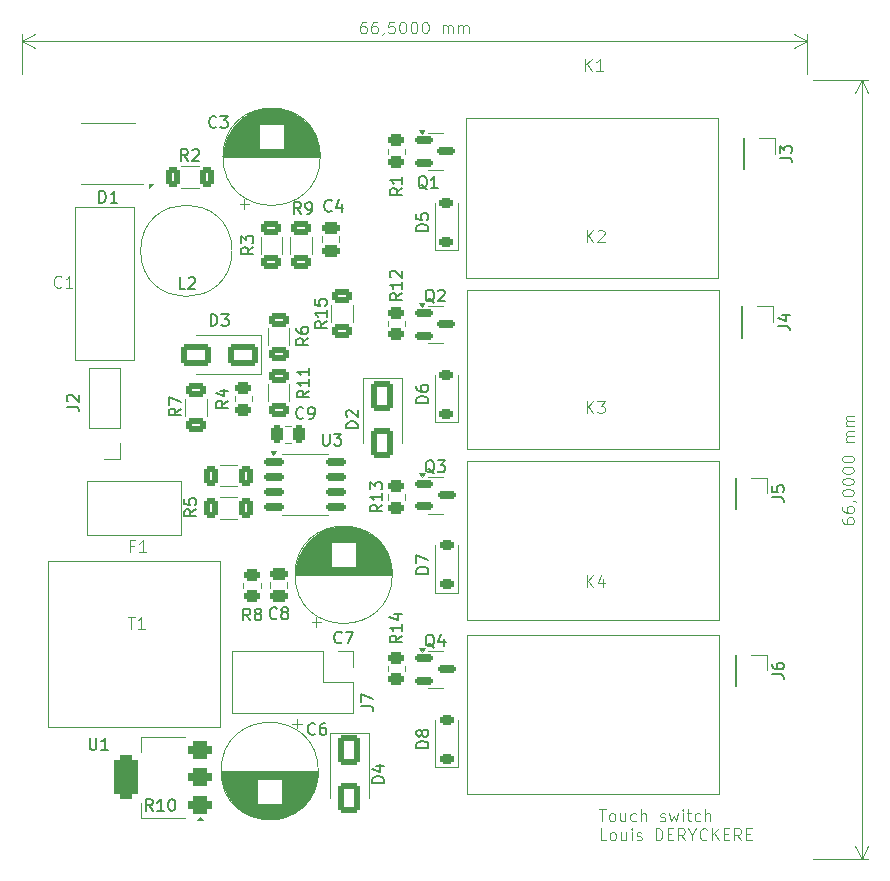
<source format=gto>
G04 #@! TF.GenerationSoftware,KiCad,Pcbnew,8.0.2-8.0.2-0~ubuntu22.04.1*
G04 #@! TF.CreationDate,2024-05-20T15:25:11+07:00*
G04 #@! TF.ProjectId,PCB_design,5043425f-6465-4736-9967-6e2e6b696361,rev?*
G04 #@! TF.SameCoordinates,Original*
G04 #@! TF.FileFunction,Legend,Top*
G04 #@! TF.FilePolarity,Positive*
%FSLAX46Y46*%
G04 Gerber Fmt 4.6, Leading zero omitted, Abs format (unit mm)*
G04 Created by KiCad (PCBNEW 8.0.2-8.0.2-0~ubuntu22.04.1) date 2024-05-20 15:25:11*
%MOMM*%
%LPD*%
G01*
G04 APERTURE LIST*
G04 Aperture macros list*
%AMRoundRect*
0 Rectangle with rounded corners*
0 $1 Rounding radius*
0 $2 $3 $4 $5 $6 $7 $8 $9 X,Y pos of 4 corners*
0 Add a 4 corners polygon primitive as box body*
4,1,4,$2,$3,$4,$5,$6,$7,$8,$9,$2,$3,0*
0 Add four circle primitives for the rounded corners*
1,1,$1+$1,$2,$3*
1,1,$1+$1,$4,$5*
1,1,$1+$1,$6,$7*
1,1,$1+$1,$8,$9*
0 Add four rect primitives between the rounded corners*
20,1,$1+$1,$2,$3,$4,$5,0*
20,1,$1+$1,$4,$5,$6,$7,0*
20,1,$1+$1,$6,$7,$8,$9,0*
20,1,$1+$1,$8,$9,$2,$3,0*%
G04 Aperture macros list end*
%ADD10C,0.100000*%
%ADD11C,0.150000*%
%ADD12C,0.120000*%
%ADD13C,1.800000*%
%ADD14C,4.000000*%
%ADD15RoundRect,0.150000X-0.675000X-0.150000X0.675000X-0.150000X0.675000X0.150000X-0.675000X0.150000X0*%
%ADD16RoundRect,0.250000X0.450000X-0.262500X0.450000X0.262500X-0.450000X0.262500X-0.450000X-0.262500X0*%
%ADD17RoundRect,0.225000X0.375000X-0.225000X0.375000X0.225000X-0.375000X0.225000X-0.375000X-0.225000X0*%
%ADD18RoundRect,0.250000X-0.475000X0.250000X-0.475000X-0.250000X0.475000X-0.250000X0.475000X0.250000X0*%
%ADD19R,1.700000X1.700000*%
%ADD20O,1.700000X1.700000*%
%ADD21RoundRect,0.250000X-0.625000X0.312500X-0.625000X-0.312500X0.625000X-0.312500X0.625000X0.312500X0*%
%ADD22R,1.600000X1.600000*%
%ADD23C,1.600000*%
%ADD24C,1.524000*%
%ADD25RoundRect,0.250000X-0.650000X1.000000X-0.650000X-1.000000X0.650000X-1.000000X0.650000X1.000000X0*%
%ADD26C,2.000000*%
%ADD27RoundRect,0.250000X1.000000X0.650000X-1.000000X0.650000X-1.000000X-0.650000X1.000000X-0.650000X0*%
%ADD28RoundRect,0.150000X-0.587500X-0.150000X0.587500X-0.150000X0.587500X0.150000X-0.587500X0.150000X0*%
%ADD29C,2.600000*%
%ADD30RoundRect,0.375000X0.625000X0.375000X-0.625000X0.375000X-0.625000X-0.375000X0.625000X-0.375000X0*%
%ADD31RoundRect,0.500000X0.500000X1.400000X-0.500000X1.400000X-0.500000X-1.400000X0.500000X-1.400000X0*%
%ADD32RoundRect,0.250000X-0.312500X-0.625000X0.312500X-0.625000X0.312500X0.625000X-0.312500X0.625000X0*%
%ADD33RoundRect,0.250000X-0.450000X0.262500X-0.450000X-0.262500X0.450000X-0.262500X0.450000X0.262500X0*%
%ADD34R,1.000000X0.700000*%
%ADD35RoundRect,0.250000X-0.250000X-0.475000X0.250000X-0.475000X0.250000X0.475000X-0.250000X0.475000X0*%
G04 APERTURE END LIST*
D10*
X162957419Y-65142856D02*
X162957419Y-65333332D01*
X162957419Y-65333332D02*
X163005038Y-65428570D01*
X163005038Y-65428570D02*
X163052657Y-65476189D01*
X163052657Y-65476189D02*
X163195514Y-65571427D01*
X163195514Y-65571427D02*
X163385990Y-65619046D01*
X163385990Y-65619046D02*
X163766942Y-65619046D01*
X163766942Y-65619046D02*
X163862180Y-65571427D01*
X163862180Y-65571427D02*
X163909800Y-65523808D01*
X163909800Y-65523808D02*
X163957419Y-65428570D01*
X163957419Y-65428570D02*
X163957419Y-65238094D01*
X163957419Y-65238094D02*
X163909800Y-65142856D01*
X163909800Y-65142856D02*
X163862180Y-65095237D01*
X163862180Y-65095237D02*
X163766942Y-65047618D01*
X163766942Y-65047618D02*
X163528847Y-65047618D01*
X163528847Y-65047618D02*
X163433609Y-65095237D01*
X163433609Y-65095237D02*
X163385990Y-65142856D01*
X163385990Y-65142856D02*
X163338371Y-65238094D01*
X163338371Y-65238094D02*
X163338371Y-65428570D01*
X163338371Y-65428570D02*
X163385990Y-65523808D01*
X163385990Y-65523808D02*
X163433609Y-65571427D01*
X163433609Y-65571427D02*
X163528847Y-65619046D01*
X162957419Y-64190475D02*
X162957419Y-64380951D01*
X162957419Y-64380951D02*
X163005038Y-64476189D01*
X163005038Y-64476189D02*
X163052657Y-64523808D01*
X163052657Y-64523808D02*
X163195514Y-64619046D01*
X163195514Y-64619046D02*
X163385990Y-64666665D01*
X163385990Y-64666665D02*
X163766942Y-64666665D01*
X163766942Y-64666665D02*
X163862180Y-64619046D01*
X163862180Y-64619046D02*
X163909800Y-64571427D01*
X163909800Y-64571427D02*
X163957419Y-64476189D01*
X163957419Y-64476189D02*
X163957419Y-64285713D01*
X163957419Y-64285713D02*
X163909800Y-64190475D01*
X163909800Y-64190475D02*
X163862180Y-64142856D01*
X163862180Y-64142856D02*
X163766942Y-64095237D01*
X163766942Y-64095237D02*
X163528847Y-64095237D01*
X163528847Y-64095237D02*
X163433609Y-64142856D01*
X163433609Y-64142856D02*
X163385990Y-64190475D01*
X163385990Y-64190475D02*
X163338371Y-64285713D01*
X163338371Y-64285713D02*
X163338371Y-64476189D01*
X163338371Y-64476189D02*
X163385990Y-64571427D01*
X163385990Y-64571427D02*
X163433609Y-64619046D01*
X163433609Y-64619046D02*
X163528847Y-64666665D01*
X163909800Y-63619046D02*
X163957419Y-63619046D01*
X163957419Y-63619046D02*
X164052657Y-63666665D01*
X164052657Y-63666665D02*
X164100276Y-63714284D01*
X162957419Y-62999999D02*
X162957419Y-62904761D01*
X162957419Y-62904761D02*
X163005038Y-62809523D01*
X163005038Y-62809523D02*
X163052657Y-62761904D01*
X163052657Y-62761904D02*
X163147895Y-62714285D01*
X163147895Y-62714285D02*
X163338371Y-62666666D01*
X163338371Y-62666666D02*
X163576466Y-62666666D01*
X163576466Y-62666666D02*
X163766942Y-62714285D01*
X163766942Y-62714285D02*
X163862180Y-62761904D01*
X163862180Y-62761904D02*
X163909800Y-62809523D01*
X163909800Y-62809523D02*
X163957419Y-62904761D01*
X163957419Y-62904761D02*
X163957419Y-62999999D01*
X163957419Y-62999999D02*
X163909800Y-63095237D01*
X163909800Y-63095237D02*
X163862180Y-63142856D01*
X163862180Y-63142856D02*
X163766942Y-63190475D01*
X163766942Y-63190475D02*
X163576466Y-63238094D01*
X163576466Y-63238094D02*
X163338371Y-63238094D01*
X163338371Y-63238094D02*
X163147895Y-63190475D01*
X163147895Y-63190475D02*
X163052657Y-63142856D01*
X163052657Y-63142856D02*
X163005038Y-63095237D01*
X163005038Y-63095237D02*
X162957419Y-62999999D01*
X162957419Y-62047618D02*
X162957419Y-61952380D01*
X162957419Y-61952380D02*
X163005038Y-61857142D01*
X163005038Y-61857142D02*
X163052657Y-61809523D01*
X163052657Y-61809523D02*
X163147895Y-61761904D01*
X163147895Y-61761904D02*
X163338371Y-61714285D01*
X163338371Y-61714285D02*
X163576466Y-61714285D01*
X163576466Y-61714285D02*
X163766942Y-61761904D01*
X163766942Y-61761904D02*
X163862180Y-61809523D01*
X163862180Y-61809523D02*
X163909800Y-61857142D01*
X163909800Y-61857142D02*
X163957419Y-61952380D01*
X163957419Y-61952380D02*
X163957419Y-62047618D01*
X163957419Y-62047618D02*
X163909800Y-62142856D01*
X163909800Y-62142856D02*
X163862180Y-62190475D01*
X163862180Y-62190475D02*
X163766942Y-62238094D01*
X163766942Y-62238094D02*
X163576466Y-62285713D01*
X163576466Y-62285713D02*
X163338371Y-62285713D01*
X163338371Y-62285713D02*
X163147895Y-62238094D01*
X163147895Y-62238094D02*
X163052657Y-62190475D01*
X163052657Y-62190475D02*
X163005038Y-62142856D01*
X163005038Y-62142856D02*
X162957419Y-62047618D01*
X162957419Y-61095237D02*
X162957419Y-60999999D01*
X162957419Y-60999999D02*
X163005038Y-60904761D01*
X163005038Y-60904761D02*
X163052657Y-60857142D01*
X163052657Y-60857142D02*
X163147895Y-60809523D01*
X163147895Y-60809523D02*
X163338371Y-60761904D01*
X163338371Y-60761904D02*
X163576466Y-60761904D01*
X163576466Y-60761904D02*
X163766942Y-60809523D01*
X163766942Y-60809523D02*
X163862180Y-60857142D01*
X163862180Y-60857142D02*
X163909800Y-60904761D01*
X163909800Y-60904761D02*
X163957419Y-60999999D01*
X163957419Y-60999999D02*
X163957419Y-61095237D01*
X163957419Y-61095237D02*
X163909800Y-61190475D01*
X163909800Y-61190475D02*
X163862180Y-61238094D01*
X163862180Y-61238094D02*
X163766942Y-61285713D01*
X163766942Y-61285713D02*
X163576466Y-61333332D01*
X163576466Y-61333332D02*
X163338371Y-61333332D01*
X163338371Y-61333332D02*
X163147895Y-61285713D01*
X163147895Y-61285713D02*
X163052657Y-61238094D01*
X163052657Y-61238094D02*
X163005038Y-61190475D01*
X163005038Y-61190475D02*
X162957419Y-61095237D01*
X162957419Y-60142856D02*
X162957419Y-60047618D01*
X162957419Y-60047618D02*
X163005038Y-59952380D01*
X163005038Y-59952380D02*
X163052657Y-59904761D01*
X163052657Y-59904761D02*
X163147895Y-59857142D01*
X163147895Y-59857142D02*
X163338371Y-59809523D01*
X163338371Y-59809523D02*
X163576466Y-59809523D01*
X163576466Y-59809523D02*
X163766942Y-59857142D01*
X163766942Y-59857142D02*
X163862180Y-59904761D01*
X163862180Y-59904761D02*
X163909800Y-59952380D01*
X163909800Y-59952380D02*
X163957419Y-60047618D01*
X163957419Y-60047618D02*
X163957419Y-60142856D01*
X163957419Y-60142856D02*
X163909800Y-60238094D01*
X163909800Y-60238094D02*
X163862180Y-60285713D01*
X163862180Y-60285713D02*
X163766942Y-60333332D01*
X163766942Y-60333332D02*
X163576466Y-60380951D01*
X163576466Y-60380951D02*
X163338371Y-60380951D01*
X163338371Y-60380951D02*
X163147895Y-60333332D01*
X163147895Y-60333332D02*
X163052657Y-60285713D01*
X163052657Y-60285713D02*
X163005038Y-60238094D01*
X163005038Y-60238094D02*
X162957419Y-60142856D01*
X163957419Y-58619046D02*
X163290752Y-58619046D01*
X163385990Y-58619046D02*
X163338371Y-58571427D01*
X163338371Y-58571427D02*
X163290752Y-58476189D01*
X163290752Y-58476189D02*
X163290752Y-58333332D01*
X163290752Y-58333332D02*
X163338371Y-58238094D01*
X163338371Y-58238094D02*
X163433609Y-58190475D01*
X163433609Y-58190475D02*
X163957419Y-58190475D01*
X163433609Y-58190475D02*
X163338371Y-58142856D01*
X163338371Y-58142856D02*
X163290752Y-58047618D01*
X163290752Y-58047618D02*
X163290752Y-57904761D01*
X163290752Y-57904761D02*
X163338371Y-57809522D01*
X163338371Y-57809522D02*
X163433609Y-57761903D01*
X163433609Y-57761903D02*
X163957419Y-57761903D01*
X163957419Y-57285713D02*
X163290752Y-57285713D01*
X163385990Y-57285713D02*
X163338371Y-57238094D01*
X163338371Y-57238094D02*
X163290752Y-57142856D01*
X163290752Y-57142856D02*
X163290752Y-56999999D01*
X163290752Y-56999999D02*
X163338371Y-56904761D01*
X163338371Y-56904761D02*
X163433609Y-56857142D01*
X163433609Y-56857142D02*
X163957419Y-56857142D01*
X163433609Y-56857142D02*
X163338371Y-56809523D01*
X163338371Y-56809523D02*
X163290752Y-56714285D01*
X163290752Y-56714285D02*
X163290752Y-56571428D01*
X163290752Y-56571428D02*
X163338371Y-56476189D01*
X163338371Y-56476189D02*
X163433609Y-56428570D01*
X163433609Y-56428570D02*
X163957419Y-56428570D01*
X160500000Y-28000000D02*
X165186420Y-28000000D01*
X160500000Y-94000000D02*
X165186420Y-94000000D01*
X164600000Y-28000000D02*
X164600000Y-94000000D01*
X164600000Y-28000000D02*
X164600000Y-94000000D01*
X164600000Y-28000000D02*
X165186421Y-29126504D01*
X164600000Y-28000000D02*
X164013579Y-29126504D01*
X164600000Y-94000000D02*
X164013579Y-92873496D01*
X164600000Y-94000000D02*
X165186421Y-92873496D01*
X122607143Y-23057419D02*
X122416667Y-23057419D01*
X122416667Y-23057419D02*
X122321429Y-23105038D01*
X122321429Y-23105038D02*
X122273810Y-23152657D01*
X122273810Y-23152657D02*
X122178572Y-23295514D01*
X122178572Y-23295514D02*
X122130953Y-23485990D01*
X122130953Y-23485990D02*
X122130953Y-23866942D01*
X122130953Y-23866942D02*
X122178572Y-23962180D01*
X122178572Y-23962180D02*
X122226191Y-24009800D01*
X122226191Y-24009800D02*
X122321429Y-24057419D01*
X122321429Y-24057419D02*
X122511905Y-24057419D01*
X122511905Y-24057419D02*
X122607143Y-24009800D01*
X122607143Y-24009800D02*
X122654762Y-23962180D01*
X122654762Y-23962180D02*
X122702381Y-23866942D01*
X122702381Y-23866942D02*
X122702381Y-23628847D01*
X122702381Y-23628847D02*
X122654762Y-23533609D01*
X122654762Y-23533609D02*
X122607143Y-23485990D01*
X122607143Y-23485990D02*
X122511905Y-23438371D01*
X122511905Y-23438371D02*
X122321429Y-23438371D01*
X122321429Y-23438371D02*
X122226191Y-23485990D01*
X122226191Y-23485990D02*
X122178572Y-23533609D01*
X122178572Y-23533609D02*
X122130953Y-23628847D01*
X123559524Y-23057419D02*
X123369048Y-23057419D01*
X123369048Y-23057419D02*
X123273810Y-23105038D01*
X123273810Y-23105038D02*
X123226191Y-23152657D01*
X123226191Y-23152657D02*
X123130953Y-23295514D01*
X123130953Y-23295514D02*
X123083334Y-23485990D01*
X123083334Y-23485990D02*
X123083334Y-23866942D01*
X123083334Y-23866942D02*
X123130953Y-23962180D01*
X123130953Y-23962180D02*
X123178572Y-24009800D01*
X123178572Y-24009800D02*
X123273810Y-24057419D01*
X123273810Y-24057419D02*
X123464286Y-24057419D01*
X123464286Y-24057419D02*
X123559524Y-24009800D01*
X123559524Y-24009800D02*
X123607143Y-23962180D01*
X123607143Y-23962180D02*
X123654762Y-23866942D01*
X123654762Y-23866942D02*
X123654762Y-23628847D01*
X123654762Y-23628847D02*
X123607143Y-23533609D01*
X123607143Y-23533609D02*
X123559524Y-23485990D01*
X123559524Y-23485990D02*
X123464286Y-23438371D01*
X123464286Y-23438371D02*
X123273810Y-23438371D01*
X123273810Y-23438371D02*
X123178572Y-23485990D01*
X123178572Y-23485990D02*
X123130953Y-23533609D01*
X123130953Y-23533609D02*
X123083334Y-23628847D01*
X124130953Y-24009800D02*
X124130953Y-24057419D01*
X124130953Y-24057419D02*
X124083334Y-24152657D01*
X124083334Y-24152657D02*
X124035715Y-24200276D01*
X125035714Y-23057419D02*
X124559524Y-23057419D01*
X124559524Y-23057419D02*
X124511905Y-23533609D01*
X124511905Y-23533609D02*
X124559524Y-23485990D01*
X124559524Y-23485990D02*
X124654762Y-23438371D01*
X124654762Y-23438371D02*
X124892857Y-23438371D01*
X124892857Y-23438371D02*
X124988095Y-23485990D01*
X124988095Y-23485990D02*
X125035714Y-23533609D01*
X125035714Y-23533609D02*
X125083333Y-23628847D01*
X125083333Y-23628847D02*
X125083333Y-23866942D01*
X125083333Y-23866942D02*
X125035714Y-23962180D01*
X125035714Y-23962180D02*
X124988095Y-24009800D01*
X124988095Y-24009800D02*
X124892857Y-24057419D01*
X124892857Y-24057419D02*
X124654762Y-24057419D01*
X124654762Y-24057419D02*
X124559524Y-24009800D01*
X124559524Y-24009800D02*
X124511905Y-23962180D01*
X125702381Y-23057419D02*
X125797619Y-23057419D01*
X125797619Y-23057419D02*
X125892857Y-23105038D01*
X125892857Y-23105038D02*
X125940476Y-23152657D01*
X125940476Y-23152657D02*
X125988095Y-23247895D01*
X125988095Y-23247895D02*
X126035714Y-23438371D01*
X126035714Y-23438371D02*
X126035714Y-23676466D01*
X126035714Y-23676466D02*
X125988095Y-23866942D01*
X125988095Y-23866942D02*
X125940476Y-23962180D01*
X125940476Y-23962180D02*
X125892857Y-24009800D01*
X125892857Y-24009800D02*
X125797619Y-24057419D01*
X125797619Y-24057419D02*
X125702381Y-24057419D01*
X125702381Y-24057419D02*
X125607143Y-24009800D01*
X125607143Y-24009800D02*
X125559524Y-23962180D01*
X125559524Y-23962180D02*
X125511905Y-23866942D01*
X125511905Y-23866942D02*
X125464286Y-23676466D01*
X125464286Y-23676466D02*
X125464286Y-23438371D01*
X125464286Y-23438371D02*
X125511905Y-23247895D01*
X125511905Y-23247895D02*
X125559524Y-23152657D01*
X125559524Y-23152657D02*
X125607143Y-23105038D01*
X125607143Y-23105038D02*
X125702381Y-23057419D01*
X126654762Y-23057419D02*
X126750000Y-23057419D01*
X126750000Y-23057419D02*
X126845238Y-23105038D01*
X126845238Y-23105038D02*
X126892857Y-23152657D01*
X126892857Y-23152657D02*
X126940476Y-23247895D01*
X126940476Y-23247895D02*
X126988095Y-23438371D01*
X126988095Y-23438371D02*
X126988095Y-23676466D01*
X126988095Y-23676466D02*
X126940476Y-23866942D01*
X126940476Y-23866942D02*
X126892857Y-23962180D01*
X126892857Y-23962180D02*
X126845238Y-24009800D01*
X126845238Y-24009800D02*
X126750000Y-24057419D01*
X126750000Y-24057419D02*
X126654762Y-24057419D01*
X126654762Y-24057419D02*
X126559524Y-24009800D01*
X126559524Y-24009800D02*
X126511905Y-23962180D01*
X126511905Y-23962180D02*
X126464286Y-23866942D01*
X126464286Y-23866942D02*
X126416667Y-23676466D01*
X126416667Y-23676466D02*
X126416667Y-23438371D01*
X126416667Y-23438371D02*
X126464286Y-23247895D01*
X126464286Y-23247895D02*
X126511905Y-23152657D01*
X126511905Y-23152657D02*
X126559524Y-23105038D01*
X126559524Y-23105038D02*
X126654762Y-23057419D01*
X127607143Y-23057419D02*
X127702381Y-23057419D01*
X127702381Y-23057419D02*
X127797619Y-23105038D01*
X127797619Y-23105038D02*
X127845238Y-23152657D01*
X127845238Y-23152657D02*
X127892857Y-23247895D01*
X127892857Y-23247895D02*
X127940476Y-23438371D01*
X127940476Y-23438371D02*
X127940476Y-23676466D01*
X127940476Y-23676466D02*
X127892857Y-23866942D01*
X127892857Y-23866942D02*
X127845238Y-23962180D01*
X127845238Y-23962180D02*
X127797619Y-24009800D01*
X127797619Y-24009800D02*
X127702381Y-24057419D01*
X127702381Y-24057419D02*
X127607143Y-24057419D01*
X127607143Y-24057419D02*
X127511905Y-24009800D01*
X127511905Y-24009800D02*
X127464286Y-23962180D01*
X127464286Y-23962180D02*
X127416667Y-23866942D01*
X127416667Y-23866942D02*
X127369048Y-23676466D01*
X127369048Y-23676466D02*
X127369048Y-23438371D01*
X127369048Y-23438371D02*
X127416667Y-23247895D01*
X127416667Y-23247895D02*
X127464286Y-23152657D01*
X127464286Y-23152657D02*
X127511905Y-23105038D01*
X127511905Y-23105038D02*
X127607143Y-23057419D01*
X129130953Y-24057419D02*
X129130953Y-23390752D01*
X129130953Y-23485990D02*
X129178572Y-23438371D01*
X129178572Y-23438371D02*
X129273810Y-23390752D01*
X129273810Y-23390752D02*
X129416667Y-23390752D01*
X129416667Y-23390752D02*
X129511905Y-23438371D01*
X129511905Y-23438371D02*
X129559524Y-23533609D01*
X129559524Y-23533609D02*
X129559524Y-24057419D01*
X129559524Y-23533609D02*
X129607143Y-23438371D01*
X129607143Y-23438371D02*
X129702381Y-23390752D01*
X129702381Y-23390752D02*
X129845238Y-23390752D01*
X129845238Y-23390752D02*
X129940477Y-23438371D01*
X129940477Y-23438371D02*
X129988096Y-23533609D01*
X129988096Y-23533609D02*
X129988096Y-24057419D01*
X130464286Y-24057419D02*
X130464286Y-23390752D01*
X130464286Y-23485990D02*
X130511905Y-23438371D01*
X130511905Y-23438371D02*
X130607143Y-23390752D01*
X130607143Y-23390752D02*
X130750000Y-23390752D01*
X130750000Y-23390752D02*
X130845238Y-23438371D01*
X130845238Y-23438371D02*
X130892857Y-23533609D01*
X130892857Y-23533609D02*
X130892857Y-24057419D01*
X130892857Y-23533609D02*
X130940476Y-23438371D01*
X130940476Y-23438371D02*
X131035714Y-23390752D01*
X131035714Y-23390752D02*
X131178571Y-23390752D01*
X131178571Y-23390752D02*
X131273810Y-23438371D01*
X131273810Y-23438371D02*
X131321429Y-23533609D01*
X131321429Y-23533609D02*
X131321429Y-24057419D01*
X93500000Y-27500000D02*
X93500000Y-24113580D01*
X160000000Y-27500000D02*
X160000000Y-24113580D01*
X93500000Y-24700000D02*
X160000000Y-24700000D01*
X93500000Y-24700000D02*
X160000000Y-24700000D01*
X93500000Y-24700000D02*
X94626504Y-24113579D01*
X93500000Y-24700000D02*
X94626504Y-25286421D01*
X160000000Y-24700000D02*
X158873496Y-25286421D01*
X160000000Y-24700000D02*
X158873496Y-24113579D01*
X142361027Y-89762475D02*
X142932455Y-89762475D01*
X142646741Y-90762475D02*
X142646741Y-89762475D01*
X143408646Y-90762475D02*
X143313408Y-90714856D01*
X143313408Y-90714856D02*
X143265789Y-90667236D01*
X143265789Y-90667236D02*
X143218170Y-90571998D01*
X143218170Y-90571998D02*
X143218170Y-90286284D01*
X143218170Y-90286284D02*
X143265789Y-90191046D01*
X143265789Y-90191046D02*
X143313408Y-90143427D01*
X143313408Y-90143427D02*
X143408646Y-90095808D01*
X143408646Y-90095808D02*
X143551503Y-90095808D01*
X143551503Y-90095808D02*
X143646741Y-90143427D01*
X143646741Y-90143427D02*
X143694360Y-90191046D01*
X143694360Y-90191046D02*
X143741979Y-90286284D01*
X143741979Y-90286284D02*
X143741979Y-90571998D01*
X143741979Y-90571998D02*
X143694360Y-90667236D01*
X143694360Y-90667236D02*
X143646741Y-90714856D01*
X143646741Y-90714856D02*
X143551503Y-90762475D01*
X143551503Y-90762475D02*
X143408646Y-90762475D01*
X144599122Y-90095808D02*
X144599122Y-90762475D01*
X144170551Y-90095808D02*
X144170551Y-90619617D01*
X144170551Y-90619617D02*
X144218170Y-90714856D01*
X144218170Y-90714856D02*
X144313408Y-90762475D01*
X144313408Y-90762475D02*
X144456265Y-90762475D01*
X144456265Y-90762475D02*
X144551503Y-90714856D01*
X144551503Y-90714856D02*
X144599122Y-90667236D01*
X145503884Y-90714856D02*
X145408646Y-90762475D01*
X145408646Y-90762475D02*
X145218170Y-90762475D01*
X145218170Y-90762475D02*
X145122932Y-90714856D01*
X145122932Y-90714856D02*
X145075313Y-90667236D01*
X145075313Y-90667236D02*
X145027694Y-90571998D01*
X145027694Y-90571998D02*
X145027694Y-90286284D01*
X145027694Y-90286284D02*
X145075313Y-90191046D01*
X145075313Y-90191046D02*
X145122932Y-90143427D01*
X145122932Y-90143427D02*
X145218170Y-90095808D01*
X145218170Y-90095808D02*
X145408646Y-90095808D01*
X145408646Y-90095808D02*
X145503884Y-90143427D01*
X145932456Y-90762475D02*
X145932456Y-89762475D01*
X146361027Y-90762475D02*
X146361027Y-90238665D01*
X146361027Y-90238665D02*
X146313408Y-90143427D01*
X146313408Y-90143427D02*
X146218170Y-90095808D01*
X146218170Y-90095808D02*
X146075313Y-90095808D01*
X146075313Y-90095808D02*
X145980075Y-90143427D01*
X145980075Y-90143427D02*
X145932456Y-90191046D01*
X147551504Y-90714856D02*
X147646742Y-90762475D01*
X147646742Y-90762475D02*
X147837218Y-90762475D01*
X147837218Y-90762475D02*
X147932456Y-90714856D01*
X147932456Y-90714856D02*
X147980075Y-90619617D01*
X147980075Y-90619617D02*
X147980075Y-90571998D01*
X147980075Y-90571998D02*
X147932456Y-90476760D01*
X147932456Y-90476760D02*
X147837218Y-90429141D01*
X147837218Y-90429141D02*
X147694361Y-90429141D01*
X147694361Y-90429141D02*
X147599123Y-90381522D01*
X147599123Y-90381522D02*
X147551504Y-90286284D01*
X147551504Y-90286284D02*
X147551504Y-90238665D01*
X147551504Y-90238665D02*
X147599123Y-90143427D01*
X147599123Y-90143427D02*
X147694361Y-90095808D01*
X147694361Y-90095808D02*
X147837218Y-90095808D01*
X147837218Y-90095808D02*
X147932456Y-90143427D01*
X148313409Y-90095808D02*
X148503885Y-90762475D01*
X148503885Y-90762475D02*
X148694361Y-90286284D01*
X148694361Y-90286284D02*
X148884837Y-90762475D01*
X148884837Y-90762475D02*
X149075313Y-90095808D01*
X149456266Y-90762475D02*
X149456266Y-90095808D01*
X149456266Y-89762475D02*
X149408647Y-89810094D01*
X149408647Y-89810094D02*
X149456266Y-89857713D01*
X149456266Y-89857713D02*
X149503885Y-89810094D01*
X149503885Y-89810094D02*
X149456266Y-89762475D01*
X149456266Y-89762475D02*
X149456266Y-89857713D01*
X149789599Y-90095808D02*
X150170551Y-90095808D01*
X149932456Y-89762475D02*
X149932456Y-90619617D01*
X149932456Y-90619617D02*
X149980075Y-90714856D01*
X149980075Y-90714856D02*
X150075313Y-90762475D01*
X150075313Y-90762475D02*
X150170551Y-90762475D01*
X150932456Y-90714856D02*
X150837218Y-90762475D01*
X150837218Y-90762475D02*
X150646742Y-90762475D01*
X150646742Y-90762475D02*
X150551504Y-90714856D01*
X150551504Y-90714856D02*
X150503885Y-90667236D01*
X150503885Y-90667236D02*
X150456266Y-90571998D01*
X150456266Y-90571998D02*
X150456266Y-90286284D01*
X150456266Y-90286284D02*
X150503885Y-90191046D01*
X150503885Y-90191046D02*
X150551504Y-90143427D01*
X150551504Y-90143427D02*
X150646742Y-90095808D01*
X150646742Y-90095808D02*
X150837218Y-90095808D01*
X150837218Y-90095808D02*
X150932456Y-90143427D01*
X151361028Y-90762475D02*
X151361028Y-89762475D01*
X151789599Y-90762475D02*
X151789599Y-90238665D01*
X151789599Y-90238665D02*
X151741980Y-90143427D01*
X151741980Y-90143427D02*
X151646742Y-90095808D01*
X151646742Y-90095808D02*
X151503885Y-90095808D01*
X151503885Y-90095808D02*
X151408647Y-90143427D01*
X151408647Y-90143427D02*
X151361028Y-90191046D01*
X142980074Y-92372419D02*
X142503884Y-92372419D01*
X142503884Y-92372419D02*
X142503884Y-91372419D01*
X143456265Y-92372419D02*
X143361027Y-92324800D01*
X143361027Y-92324800D02*
X143313408Y-92277180D01*
X143313408Y-92277180D02*
X143265789Y-92181942D01*
X143265789Y-92181942D02*
X143265789Y-91896228D01*
X143265789Y-91896228D02*
X143313408Y-91800990D01*
X143313408Y-91800990D02*
X143361027Y-91753371D01*
X143361027Y-91753371D02*
X143456265Y-91705752D01*
X143456265Y-91705752D02*
X143599122Y-91705752D01*
X143599122Y-91705752D02*
X143694360Y-91753371D01*
X143694360Y-91753371D02*
X143741979Y-91800990D01*
X143741979Y-91800990D02*
X143789598Y-91896228D01*
X143789598Y-91896228D02*
X143789598Y-92181942D01*
X143789598Y-92181942D02*
X143741979Y-92277180D01*
X143741979Y-92277180D02*
X143694360Y-92324800D01*
X143694360Y-92324800D02*
X143599122Y-92372419D01*
X143599122Y-92372419D02*
X143456265Y-92372419D01*
X144646741Y-91705752D02*
X144646741Y-92372419D01*
X144218170Y-91705752D02*
X144218170Y-92229561D01*
X144218170Y-92229561D02*
X144265789Y-92324800D01*
X144265789Y-92324800D02*
X144361027Y-92372419D01*
X144361027Y-92372419D02*
X144503884Y-92372419D01*
X144503884Y-92372419D02*
X144599122Y-92324800D01*
X144599122Y-92324800D02*
X144646741Y-92277180D01*
X145122932Y-92372419D02*
X145122932Y-91705752D01*
X145122932Y-91372419D02*
X145075313Y-91420038D01*
X145075313Y-91420038D02*
X145122932Y-91467657D01*
X145122932Y-91467657D02*
X145170551Y-91420038D01*
X145170551Y-91420038D02*
X145122932Y-91372419D01*
X145122932Y-91372419D02*
X145122932Y-91467657D01*
X145551503Y-92324800D02*
X145646741Y-92372419D01*
X145646741Y-92372419D02*
X145837217Y-92372419D01*
X145837217Y-92372419D02*
X145932455Y-92324800D01*
X145932455Y-92324800D02*
X145980074Y-92229561D01*
X145980074Y-92229561D02*
X145980074Y-92181942D01*
X145980074Y-92181942D02*
X145932455Y-92086704D01*
X145932455Y-92086704D02*
X145837217Y-92039085D01*
X145837217Y-92039085D02*
X145694360Y-92039085D01*
X145694360Y-92039085D02*
X145599122Y-91991466D01*
X145599122Y-91991466D02*
X145551503Y-91896228D01*
X145551503Y-91896228D02*
X145551503Y-91848609D01*
X145551503Y-91848609D02*
X145599122Y-91753371D01*
X145599122Y-91753371D02*
X145694360Y-91705752D01*
X145694360Y-91705752D02*
X145837217Y-91705752D01*
X145837217Y-91705752D02*
X145932455Y-91753371D01*
X147170551Y-92372419D02*
X147170551Y-91372419D01*
X147170551Y-91372419D02*
X147408646Y-91372419D01*
X147408646Y-91372419D02*
X147551503Y-91420038D01*
X147551503Y-91420038D02*
X147646741Y-91515276D01*
X147646741Y-91515276D02*
X147694360Y-91610514D01*
X147694360Y-91610514D02*
X147741979Y-91800990D01*
X147741979Y-91800990D02*
X147741979Y-91943847D01*
X147741979Y-91943847D02*
X147694360Y-92134323D01*
X147694360Y-92134323D02*
X147646741Y-92229561D01*
X147646741Y-92229561D02*
X147551503Y-92324800D01*
X147551503Y-92324800D02*
X147408646Y-92372419D01*
X147408646Y-92372419D02*
X147170551Y-92372419D01*
X148170551Y-91848609D02*
X148503884Y-91848609D01*
X148646741Y-92372419D02*
X148170551Y-92372419D01*
X148170551Y-92372419D02*
X148170551Y-91372419D01*
X148170551Y-91372419D02*
X148646741Y-91372419D01*
X149646741Y-92372419D02*
X149313408Y-91896228D01*
X149075313Y-92372419D02*
X149075313Y-91372419D01*
X149075313Y-91372419D02*
X149456265Y-91372419D01*
X149456265Y-91372419D02*
X149551503Y-91420038D01*
X149551503Y-91420038D02*
X149599122Y-91467657D01*
X149599122Y-91467657D02*
X149646741Y-91562895D01*
X149646741Y-91562895D02*
X149646741Y-91705752D01*
X149646741Y-91705752D02*
X149599122Y-91800990D01*
X149599122Y-91800990D02*
X149551503Y-91848609D01*
X149551503Y-91848609D02*
X149456265Y-91896228D01*
X149456265Y-91896228D02*
X149075313Y-91896228D01*
X150265789Y-91896228D02*
X150265789Y-92372419D01*
X149932456Y-91372419D02*
X150265789Y-91896228D01*
X150265789Y-91896228D02*
X150599122Y-91372419D01*
X151503884Y-92277180D02*
X151456265Y-92324800D01*
X151456265Y-92324800D02*
X151313408Y-92372419D01*
X151313408Y-92372419D02*
X151218170Y-92372419D01*
X151218170Y-92372419D02*
X151075313Y-92324800D01*
X151075313Y-92324800D02*
X150980075Y-92229561D01*
X150980075Y-92229561D02*
X150932456Y-92134323D01*
X150932456Y-92134323D02*
X150884837Y-91943847D01*
X150884837Y-91943847D02*
X150884837Y-91800990D01*
X150884837Y-91800990D02*
X150932456Y-91610514D01*
X150932456Y-91610514D02*
X150980075Y-91515276D01*
X150980075Y-91515276D02*
X151075313Y-91420038D01*
X151075313Y-91420038D02*
X151218170Y-91372419D01*
X151218170Y-91372419D02*
X151313408Y-91372419D01*
X151313408Y-91372419D02*
X151456265Y-91420038D01*
X151456265Y-91420038D02*
X151503884Y-91467657D01*
X151932456Y-92372419D02*
X151932456Y-91372419D01*
X152503884Y-92372419D02*
X152075313Y-91800990D01*
X152503884Y-91372419D02*
X151932456Y-91943847D01*
X152932456Y-91848609D02*
X153265789Y-91848609D01*
X153408646Y-92372419D02*
X152932456Y-92372419D01*
X152932456Y-92372419D02*
X152932456Y-91372419D01*
X152932456Y-91372419D02*
X153408646Y-91372419D01*
X154408646Y-92372419D02*
X154075313Y-91896228D01*
X153837218Y-92372419D02*
X153837218Y-91372419D01*
X153837218Y-91372419D02*
X154218170Y-91372419D01*
X154218170Y-91372419D02*
X154313408Y-91420038D01*
X154313408Y-91420038D02*
X154361027Y-91467657D01*
X154361027Y-91467657D02*
X154408646Y-91562895D01*
X154408646Y-91562895D02*
X154408646Y-91705752D01*
X154408646Y-91705752D02*
X154361027Y-91800990D01*
X154361027Y-91800990D02*
X154313408Y-91848609D01*
X154313408Y-91848609D02*
X154218170Y-91896228D01*
X154218170Y-91896228D02*
X153837218Y-91896228D01*
X154837218Y-91848609D02*
X155170551Y-91848609D01*
X155313408Y-92372419D02*
X154837218Y-92372419D01*
X154837218Y-92372419D02*
X154837218Y-91372419D01*
X154837218Y-91372419D02*
X155313408Y-91372419D01*
X102488095Y-73457419D02*
X103059523Y-73457419D01*
X102773809Y-74457419D02*
X102773809Y-73457419D01*
X103916666Y-74457419D02*
X103345238Y-74457419D01*
X103630952Y-74457419D02*
X103630952Y-73457419D01*
X103630952Y-73457419D02*
X103535714Y-73600276D01*
X103535714Y-73600276D02*
X103440476Y-73695514D01*
X103440476Y-73695514D02*
X103345238Y-73743133D01*
X141311905Y-70957419D02*
X141311905Y-69957419D01*
X141883333Y-70957419D02*
X141454762Y-70385990D01*
X141883333Y-69957419D02*
X141311905Y-70528847D01*
X142740476Y-70290752D02*
X142740476Y-70957419D01*
X142502381Y-69909800D02*
X142264286Y-70624085D01*
X142264286Y-70624085D02*
X142883333Y-70624085D01*
X141311905Y-56207419D02*
X141311905Y-55207419D01*
X141883333Y-56207419D02*
X141454762Y-55635990D01*
X141883333Y-55207419D02*
X141311905Y-55778847D01*
X142216667Y-55207419D02*
X142835714Y-55207419D01*
X142835714Y-55207419D02*
X142502381Y-55588371D01*
X142502381Y-55588371D02*
X142645238Y-55588371D01*
X142645238Y-55588371D02*
X142740476Y-55635990D01*
X142740476Y-55635990D02*
X142788095Y-55683609D01*
X142788095Y-55683609D02*
X142835714Y-55778847D01*
X142835714Y-55778847D02*
X142835714Y-56016942D01*
X142835714Y-56016942D02*
X142788095Y-56112180D01*
X142788095Y-56112180D02*
X142740476Y-56159800D01*
X142740476Y-56159800D02*
X142645238Y-56207419D01*
X142645238Y-56207419D02*
X142359524Y-56207419D01*
X142359524Y-56207419D02*
X142264286Y-56159800D01*
X142264286Y-56159800D02*
X142216667Y-56112180D01*
X141311905Y-41707419D02*
X141311905Y-40707419D01*
X141883333Y-41707419D02*
X141454762Y-41135990D01*
X141883333Y-40707419D02*
X141311905Y-41278847D01*
X142264286Y-40802657D02*
X142311905Y-40755038D01*
X142311905Y-40755038D02*
X142407143Y-40707419D01*
X142407143Y-40707419D02*
X142645238Y-40707419D01*
X142645238Y-40707419D02*
X142740476Y-40755038D01*
X142740476Y-40755038D02*
X142788095Y-40802657D01*
X142788095Y-40802657D02*
X142835714Y-40897895D01*
X142835714Y-40897895D02*
X142835714Y-40993133D01*
X142835714Y-40993133D02*
X142788095Y-41135990D01*
X142788095Y-41135990D02*
X142216667Y-41707419D01*
X142216667Y-41707419D02*
X142835714Y-41707419D01*
X141186905Y-27207419D02*
X141186905Y-26207419D01*
X141758333Y-27207419D02*
X141329762Y-26635990D01*
X141758333Y-26207419D02*
X141186905Y-26778847D01*
X142710714Y-27207419D02*
X142139286Y-27207419D01*
X142425000Y-27207419D02*
X142425000Y-26207419D01*
X142425000Y-26207419D02*
X142329762Y-26350276D01*
X142329762Y-26350276D02*
X142234524Y-26445514D01*
X142234524Y-26445514D02*
X142139286Y-26493133D01*
D11*
X118988095Y-57954819D02*
X118988095Y-58764342D01*
X118988095Y-58764342D02*
X119035714Y-58859580D01*
X119035714Y-58859580D02*
X119083333Y-58907200D01*
X119083333Y-58907200D02*
X119178571Y-58954819D01*
X119178571Y-58954819D02*
X119369047Y-58954819D01*
X119369047Y-58954819D02*
X119464285Y-58907200D01*
X119464285Y-58907200D02*
X119511904Y-58859580D01*
X119511904Y-58859580D02*
X119559523Y-58764342D01*
X119559523Y-58764342D02*
X119559523Y-57954819D01*
X119940476Y-57954819D02*
X120559523Y-57954819D01*
X120559523Y-57954819D02*
X120226190Y-58335771D01*
X120226190Y-58335771D02*
X120369047Y-58335771D01*
X120369047Y-58335771D02*
X120464285Y-58383390D01*
X120464285Y-58383390D02*
X120511904Y-58431009D01*
X120511904Y-58431009D02*
X120559523Y-58526247D01*
X120559523Y-58526247D02*
X120559523Y-58764342D01*
X120559523Y-58764342D02*
X120511904Y-58859580D01*
X120511904Y-58859580D02*
X120464285Y-58907200D01*
X120464285Y-58907200D02*
X120369047Y-58954819D01*
X120369047Y-58954819D02*
X120083333Y-58954819D01*
X120083333Y-58954819D02*
X119988095Y-58907200D01*
X119988095Y-58907200D02*
X119940476Y-58859580D01*
X110954819Y-55166666D02*
X110478628Y-55499999D01*
X110954819Y-55738094D02*
X109954819Y-55738094D01*
X109954819Y-55738094D02*
X109954819Y-55357142D01*
X109954819Y-55357142D02*
X110002438Y-55261904D01*
X110002438Y-55261904D02*
X110050057Y-55214285D01*
X110050057Y-55214285D02*
X110145295Y-55166666D01*
X110145295Y-55166666D02*
X110288152Y-55166666D01*
X110288152Y-55166666D02*
X110383390Y-55214285D01*
X110383390Y-55214285D02*
X110431009Y-55261904D01*
X110431009Y-55261904D02*
X110478628Y-55357142D01*
X110478628Y-55357142D02*
X110478628Y-55738094D01*
X110288152Y-54309523D02*
X110954819Y-54309523D01*
X109907200Y-54547618D02*
X110621485Y-54785713D01*
X110621485Y-54785713D02*
X110621485Y-54166666D01*
X127914819Y-69798094D02*
X126914819Y-69798094D01*
X126914819Y-69798094D02*
X126914819Y-69559999D01*
X126914819Y-69559999D02*
X126962438Y-69417142D01*
X126962438Y-69417142D02*
X127057676Y-69321904D01*
X127057676Y-69321904D02*
X127152914Y-69274285D01*
X127152914Y-69274285D02*
X127343390Y-69226666D01*
X127343390Y-69226666D02*
X127486247Y-69226666D01*
X127486247Y-69226666D02*
X127676723Y-69274285D01*
X127676723Y-69274285D02*
X127771961Y-69321904D01*
X127771961Y-69321904D02*
X127867200Y-69417142D01*
X127867200Y-69417142D02*
X127914819Y-69559999D01*
X127914819Y-69559999D02*
X127914819Y-69798094D01*
X126914819Y-68893332D02*
X126914819Y-68226666D01*
X126914819Y-68226666D02*
X127914819Y-68655237D01*
X115093333Y-73569580D02*
X115045714Y-73617200D01*
X115045714Y-73617200D02*
X114902857Y-73664819D01*
X114902857Y-73664819D02*
X114807619Y-73664819D01*
X114807619Y-73664819D02*
X114664762Y-73617200D01*
X114664762Y-73617200D02*
X114569524Y-73521961D01*
X114569524Y-73521961D02*
X114521905Y-73426723D01*
X114521905Y-73426723D02*
X114474286Y-73236247D01*
X114474286Y-73236247D02*
X114474286Y-73093390D01*
X114474286Y-73093390D02*
X114521905Y-72902914D01*
X114521905Y-72902914D02*
X114569524Y-72807676D01*
X114569524Y-72807676D02*
X114664762Y-72712438D01*
X114664762Y-72712438D02*
X114807619Y-72664819D01*
X114807619Y-72664819D02*
X114902857Y-72664819D01*
X114902857Y-72664819D02*
X115045714Y-72712438D01*
X115045714Y-72712438D02*
X115093333Y-72760057D01*
X115664762Y-73093390D02*
X115569524Y-73045771D01*
X115569524Y-73045771D02*
X115521905Y-72998152D01*
X115521905Y-72998152D02*
X115474286Y-72902914D01*
X115474286Y-72902914D02*
X115474286Y-72855295D01*
X115474286Y-72855295D02*
X115521905Y-72760057D01*
X115521905Y-72760057D02*
X115569524Y-72712438D01*
X115569524Y-72712438D02*
X115664762Y-72664819D01*
X115664762Y-72664819D02*
X115855238Y-72664819D01*
X115855238Y-72664819D02*
X115950476Y-72712438D01*
X115950476Y-72712438D02*
X115998095Y-72760057D01*
X115998095Y-72760057D02*
X116045714Y-72855295D01*
X116045714Y-72855295D02*
X116045714Y-72902914D01*
X116045714Y-72902914D02*
X115998095Y-72998152D01*
X115998095Y-72998152D02*
X115950476Y-73045771D01*
X115950476Y-73045771D02*
X115855238Y-73093390D01*
X115855238Y-73093390D02*
X115664762Y-73093390D01*
X115664762Y-73093390D02*
X115569524Y-73141009D01*
X115569524Y-73141009D02*
X115521905Y-73188628D01*
X115521905Y-73188628D02*
X115474286Y-73283866D01*
X115474286Y-73283866D02*
X115474286Y-73474342D01*
X115474286Y-73474342D02*
X115521905Y-73569580D01*
X115521905Y-73569580D02*
X115569524Y-73617200D01*
X115569524Y-73617200D02*
X115664762Y-73664819D01*
X115664762Y-73664819D02*
X115855238Y-73664819D01*
X115855238Y-73664819D02*
X115950476Y-73617200D01*
X115950476Y-73617200D02*
X115998095Y-73569580D01*
X115998095Y-73569580D02*
X116045714Y-73474342D01*
X116045714Y-73474342D02*
X116045714Y-73283866D01*
X116045714Y-73283866D02*
X115998095Y-73188628D01*
X115998095Y-73188628D02*
X115950476Y-73141009D01*
X115950476Y-73141009D02*
X115855238Y-73093390D01*
X157034819Y-78333333D02*
X157749104Y-78333333D01*
X157749104Y-78333333D02*
X157891961Y-78380952D01*
X157891961Y-78380952D02*
X157987200Y-78476190D01*
X157987200Y-78476190D02*
X158034819Y-78619047D01*
X158034819Y-78619047D02*
X158034819Y-78714285D01*
X157034819Y-77428571D02*
X157034819Y-77619047D01*
X157034819Y-77619047D02*
X157082438Y-77714285D01*
X157082438Y-77714285D02*
X157130057Y-77761904D01*
X157130057Y-77761904D02*
X157272914Y-77857142D01*
X157272914Y-77857142D02*
X157463390Y-77904761D01*
X157463390Y-77904761D02*
X157844342Y-77904761D01*
X157844342Y-77904761D02*
X157939580Y-77857142D01*
X157939580Y-77857142D02*
X157987200Y-77809523D01*
X157987200Y-77809523D02*
X158034819Y-77714285D01*
X158034819Y-77714285D02*
X158034819Y-77523809D01*
X158034819Y-77523809D02*
X157987200Y-77428571D01*
X157987200Y-77428571D02*
X157939580Y-77380952D01*
X157939580Y-77380952D02*
X157844342Y-77333333D01*
X157844342Y-77333333D02*
X157606247Y-77333333D01*
X157606247Y-77333333D02*
X157511009Y-77380952D01*
X157511009Y-77380952D02*
X157463390Y-77428571D01*
X157463390Y-77428571D02*
X157415771Y-77523809D01*
X157415771Y-77523809D02*
X157415771Y-77714285D01*
X157415771Y-77714285D02*
X157463390Y-77809523D01*
X157463390Y-77809523D02*
X157511009Y-77857142D01*
X157511009Y-77857142D02*
X157606247Y-77904761D01*
X97304819Y-55653333D02*
X98019104Y-55653333D01*
X98019104Y-55653333D02*
X98161961Y-55700952D01*
X98161961Y-55700952D02*
X98257200Y-55796190D01*
X98257200Y-55796190D02*
X98304819Y-55939047D01*
X98304819Y-55939047D02*
X98304819Y-56034285D01*
X97400057Y-55224761D02*
X97352438Y-55177142D01*
X97352438Y-55177142D02*
X97304819Y-55081904D01*
X97304819Y-55081904D02*
X97304819Y-54843809D01*
X97304819Y-54843809D02*
X97352438Y-54748571D01*
X97352438Y-54748571D02*
X97400057Y-54700952D01*
X97400057Y-54700952D02*
X97495295Y-54653333D01*
X97495295Y-54653333D02*
X97590533Y-54653333D01*
X97590533Y-54653333D02*
X97733390Y-54700952D01*
X97733390Y-54700952D02*
X98304819Y-55272380D01*
X98304819Y-55272380D02*
X98304819Y-54653333D01*
X119304819Y-48442857D02*
X118828628Y-48776190D01*
X119304819Y-49014285D02*
X118304819Y-49014285D01*
X118304819Y-49014285D02*
X118304819Y-48633333D01*
X118304819Y-48633333D02*
X118352438Y-48538095D01*
X118352438Y-48538095D02*
X118400057Y-48490476D01*
X118400057Y-48490476D02*
X118495295Y-48442857D01*
X118495295Y-48442857D02*
X118638152Y-48442857D01*
X118638152Y-48442857D02*
X118733390Y-48490476D01*
X118733390Y-48490476D02*
X118781009Y-48538095D01*
X118781009Y-48538095D02*
X118828628Y-48633333D01*
X118828628Y-48633333D02*
X118828628Y-49014285D01*
X119304819Y-47490476D02*
X119304819Y-48061904D01*
X119304819Y-47776190D02*
X118304819Y-47776190D01*
X118304819Y-47776190D02*
X118447676Y-47871428D01*
X118447676Y-47871428D02*
X118542914Y-47966666D01*
X118542914Y-47966666D02*
X118590533Y-48061904D01*
X118304819Y-46585714D02*
X118304819Y-47061904D01*
X118304819Y-47061904D02*
X118781009Y-47109523D01*
X118781009Y-47109523D02*
X118733390Y-47061904D01*
X118733390Y-47061904D02*
X118685771Y-46966666D01*
X118685771Y-46966666D02*
X118685771Y-46728571D01*
X118685771Y-46728571D02*
X118733390Y-46633333D01*
X118733390Y-46633333D02*
X118781009Y-46585714D01*
X118781009Y-46585714D02*
X118876247Y-46538095D01*
X118876247Y-46538095D02*
X119114342Y-46538095D01*
X119114342Y-46538095D02*
X119209580Y-46585714D01*
X119209580Y-46585714D02*
X119257200Y-46633333D01*
X119257200Y-46633333D02*
X119304819Y-46728571D01*
X119304819Y-46728571D02*
X119304819Y-46966666D01*
X119304819Y-46966666D02*
X119257200Y-47061904D01*
X119257200Y-47061904D02*
X119209580Y-47109523D01*
X124014819Y-63965357D02*
X123538628Y-64298690D01*
X124014819Y-64536785D02*
X123014819Y-64536785D01*
X123014819Y-64536785D02*
X123014819Y-64155833D01*
X123014819Y-64155833D02*
X123062438Y-64060595D01*
X123062438Y-64060595D02*
X123110057Y-64012976D01*
X123110057Y-64012976D02*
X123205295Y-63965357D01*
X123205295Y-63965357D02*
X123348152Y-63965357D01*
X123348152Y-63965357D02*
X123443390Y-64012976D01*
X123443390Y-64012976D02*
X123491009Y-64060595D01*
X123491009Y-64060595D02*
X123538628Y-64155833D01*
X123538628Y-64155833D02*
X123538628Y-64536785D01*
X124014819Y-63012976D02*
X124014819Y-63584404D01*
X124014819Y-63298690D02*
X123014819Y-63298690D01*
X123014819Y-63298690D02*
X123157676Y-63393928D01*
X123157676Y-63393928D02*
X123252914Y-63489166D01*
X123252914Y-63489166D02*
X123300533Y-63584404D01*
X123014819Y-62679642D02*
X123014819Y-62060595D01*
X123014819Y-62060595D02*
X123395771Y-62393928D01*
X123395771Y-62393928D02*
X123395771Y-62251071D01*
X123395771Y-62251071D02*
X123443390Y-62155833D01*
X123443390Y-62155833D02*
X123491009Y-62108214D01*
X123491009Y-62108214D02*
X123586247Y-62060595D01*
X123586247Y-62060595D02*
X123824342Y-62060595D01*
X123824342Y-62060595D02*
X123919580Y-62108214D01*
X123919580Y-62108214D02*
X123967200Y-62155833D01*
X123967200Y-62155833D02*
X124014819Y-62251071D01*
X124014819Y-62251071D02*
X124014819Y-62536785D01*
X124014819Y-62536785D02*
X123967200Y-62632023D01*
X123967200Y-62632023D02*
X123919580Y-62679642D01*
X127904819Y-40788094D02*
X126904819Y-40788094D01*
X126904819Y-40788094D02*
X126904819Y-40549999D01*
X126904819Y-40549999D02*
X126952438Y-40407142D01*
X126952438Y-40407142D02*
X127047676Y-40311904D01*
X127047676Y-40311904D02*
X127142914Y-40264285D01*
X127142914Y-40264285D02*
X127333390Y-40216666D01*
X127333390Y-40216666D02*
X127476247Y-40216666D01*
X127476247Y-40216666D02*
X127666723Y-40264285D01*
X127666723Y-40264285D02*
X127761961Y-40311904D01*
X127761961Y-40311904D02*
X127857200Y-40407142D01*
X127857200Y-40407142D02*
X127904819Y-40549999D01*
X127904819Y-40549999D02*
X127904819Y-40788094D01*
X126904819Y-39311904D02*
X126904819Y-39788094D01*
X126904819Y-39788094D02*
X127381009Y-39835713D01*
X127381009Y-39835713D02*
X127333390Y-39788094D01*
X127333390Y-39788094D02*
X127285771Y-39692856D01*
X127285771Y-39692856D02*
X127285771Y-39454761D01*
X127285771Y-39454761D02*
X127333390Y-39359523D01*
X127333390Y-39359523D02*
X127381009Y-39311904D01*
X127381009Y-39311904D02*
X127476247Y-39264285D01*
X127476247Y-39264285D02*
X127714342Y-39264285D01*
X127714342Y-39264285D02*
X127809580Y-39311904D01*
X127809580Y-39311904D02*
X127857200Y-39359523D01*
X127857200Y-39359523D02*
X127904819Y-39454761D01*
X127904819Y-39454761D02*
X127904819Y-39692856D01*
X127904819Y-39692856D02*
X127857200Y-39788094D01*
X127857200Y-39788094D02*
X127809580Y-39835713D01*
X125664819Y-75052857D02*
X125188628Y-75386190D01*
X125664819Y-75624285D02*
X124664819Y-75624285D01*
X124664819Y-75624285D02*
X124664819Y-75243333D01*
X124664819Y-75243333D02*
X124712438Y-75148095D01*
X124712438Y-75148095D02*
X124760057Y-75100476D01*
X124760057Y-75100476D02*
X124855295Y-75052857D01*
X124855295Y-75052857D02*
X124998152Y-75052857D01*
X124998152Y-75052857D02*
X125093390Y-75100476D01*
X125093390Y-75100476D02*
X125141009Y-75148095D01*
X125141009Y-75148095D02*
X125188628Y-75243333D01*
X125188628Y-75243333D02*
X125188628Y-75624285D01*
X125664819Y-74100476D02*
X125664819Y-74671904D01*
X125664819Y-74386190D02*
X124664819Y-74386190D01*
X124664819Y-74386190D02*
X124807676Y-74481428D01*
X124807676Y-74481428D02*
X124902914Y-74576666D01*
X124902914Y-74576666D02*
X124950533Y-74671904D01*
X124998152Y-73243333D02*
X125664819Y-73243333D01*
X124617200Y-73481428D02*
X125331485Y-73719523D01*
X125331485Y-73719523D02*
X125331485Y-73100476D01*
X109983333Y-31959580D02*
X109935714Y-32007200D01*
X109935714Y-32007200D02*
X109792857Y-32054819D01*
X109792857Y-32054819D02*
X109697619Y-32054819D01*
X109697619Y-32054819D02*
X109554762Y-32007200D01*
X109554762Y-32007200D02*
X109459524Y-31911961D01*
X109459524Y-31911961D02*
X109411905Y-31816723D01*
X109411905Y-31816723D02*
X109364286Y-31626247D01*
X109364286Y-31626247D02*
X109364286Y-31483390D01*
X109364286Y-31483390D02*
X109411905Y-31292914D01*
X109411905Y-31292914D02*
X109459524Y-31197676D01*
X109459524Y-31197676D02*
X109554762Y-31102438D01*
X109554762Y-31102438D02*
X109697619Y-31054819D01*
X109697619Y-31054819D02*
X109792857Y-31054819D01*
X109792857Y-31054819D02*
X109935714Y-31102438D01*
X109935714Y-31102438D02*
X109983333Y-31150057D01*
X110316667Y-31054819D02*
X110935714Y-31054819D01*
X110935714Y-31054819D02*
X110602381Y-31435771D01*
X110602381Y-31435771D02*
X110745238Y-31435771D01*
X110745238Y-31435771D02*
X110840476Y-31483390D01*
X110840476Y-31483390D02*
X110888095Y-31531009D01*
X110888095Y-31531009D02*
X110935714Y-31626247D01*
X110935714Y-31626247D02*
X110935714Y-31864342D01*
X110935714Y-31864342D02*
X110888095Y-31959580D01*
X110888095Y-31959580D02*
X110840476Y-32007200D01*
X110840476Y-32007200D02*
X110745238Y-32054819D01*
X110745238Y-32054819D02*
X110459524Y-32054819D01*
X110459524Y-32054819D02*
X110364286Y-32007200D01*
X110364286Y-32007200D02*
X110316667Y-31959580D01*
D10*
X96833333Y-45497180D02*
X96785714Y-45544800D01*
X96785714Y-45544800D02*
X96642857Y-45592419D01*
X96642857Y-45592419D02*
X96547619Y-45592419D01*
X96547619Y-45592419D02*
X96404762Y-45544800D01*
X96404762Y-45544800D02*
X96309524Y-45449561D01*
X96309524Y-45449561D02*
X96261905Y-45354323D01*
X96261905Y-45354323D02*
X96214286Y-45163847D01*
X96214286Y-45163847D02*
X96214286Y-45020990D01*
X96214286Y-45020990D02*
X96261905Y-44830514D01*
X96261905Y-44830514D02*
X96309524Y-44735276D01*
X96309524Y-44735276D02*
X96404762Y-44640038D01*
X96404762Y-44640038D02*
X96547619Y-44592419D01*
X96547619Y-44592419D02*
X96642857Y-44592419D01*
X96642857Y-44592419D02*
X96785714Y-44640038D01*
X96785714Y-44640038D02*
X96833333Y-44687657D01*
X97785714Y-45592419D02*
X97214286Y-45592419D01*
X97500000Y-45592419D02*
X97500000Y-44592419D01*
X97500000Y-44592419D02*
X97404762Y-44735276D01*
X97404762Y-44735276D02*
X97309524Y-44830514D01*
X97309524Y-44830514D02*
X97214286Y-44878133D01*
D11*
X121954819Y-57488094D02*
X120954819Y-57488094D01*
X120954819Y-57488094D02*
X120954819Y-57249999D01*
X120954819Y-57249999D02*
X121002438Y-57107142D01*
X121002438Y-57107142D02*
X121097676Y-57011904D01*
X121097676Y-57011904D02*
X121192914Y-56964285D01*
X121192914Y-56964285D02*
X121383390Y-56916666D01*
X121383390Y-56916666D02*
X121526247Y-56916666D01*
X121526247Y-56916666D02*
X121716723Y-56964285D01*
X121716723Y-56964285D02*
X121811961Y-57011904D01*
X121811961Y-57011904D02*
X121907200Y-57107142D01*
X121907200Y-57107142D02*
X121954819Y-57249999D01*
X121954819Y-57249999D02*
X121954819Y-57488094D01*
X121050057Y-56535713D02*
X121002438Y-56488094D01*
X121002438Y-56488094D02*
X120954819Y-56392856D01*
X120954819Y-56392856D02*
X120954819Y-56154761D01*
X120954819Y-56154761D02*
X121002438Y-56059523D01*
X121002438Y-56059523D02*
X121050057Y-56011904D01*
X121050057Y-56011904D02*
X121145295Y-55964285D01*
X121145295Y-55964285D02*
X121240533Y-55964285D01*
X121240533Y-55964285D02*
X121383390Y-56011904D01*
X121383390Y-56011904D02*
X121954819Y-56583332D01*
X121954819Y-56583332D02*
X121954819Y-55964285D01*
X117133333Y-39354819D02*
X116800000Y-38878628D01*
X116561905Y-39354819D02*
X116561905Y-38354819D01*
X116561905Y-38354819D02*
X116942857Y-38354819D01*
X116942857Y-38354819D02*
X117038095Y-38402438D01*
X117038095Y-38402438D02*
X117085714Y-38450057D01*
X117085714Y-38450057D02*
X117133333Y-38545295D01*
X117133333Y-38545295D02*
X117133333Y-38688152D01*
X117133333Y-38688152D02*
X117085714Y-38783390D01*
X117085714Y-38783390D02*
X117038095Y-38831009D01*
X117038095Y-38831009D02*
X116942857Y-38878628D01*
X116942857Y-38878628D02*
X116561905Y-38878628D01*
X117609524Y-39354819D02*
X117800000Y-39354819D01*
X117800000Y-39354819D02*
X117895238Y-39307200D01*
X117895238Y-39307200D02*
X117942857Y-39259580D01*
X117942857Y-39259580D02*
X118038095Y-39116723D01*
X118038095Y-39116723D02*
X118085714Y-38926247D01*
X118085714Y-38926247D02*
X118085714Y-38545295D01*
X118085714Y-38545295D02*
X118038095Y-38450057D01*
X118038095Y-38450057D02*
X117990476Y-38402438D01*
X117990476Y-38402438D02*
X117895238Y-38354819D01*
X117895238Y-38354819D02*
X117704762Y-38354819D01*
X117704762Y-38354819D02*
X117609524Y-38402438D01*
X117609524Y-38402438D02*
X117561905Y-38450057D01*
X117561905Y-38450057D02*
X117514286Y-38545295D01*
X117514286Y-38545295D02*
X117514286Y-38783390D01*
X117514286Y-38783390D02*
X117561905Y-38878628D01*
X117561905Y-38878628D02*
X117609524Y-38926247D01*
X117609524Y-38926247D02*
X117704762Y-38973866D01*
X117704762Y-38973866D02*
X117895238Y-38973866D01*
X117895238Y-38973866D02*
X117990476Y-38926247D01*
X117990476Y-38926247D02*
X118038095Y-38878628D01*
X118038095Y-38878628D02*
X118085714Y-38783390D01*
D10*
X102966666Y-67443609D02*
X102633333Y-67443609D01*
X102633333Y-67967419D02*
X102633333Y-66967419D01*
X102633333Y-66967419D02*
X103109523Y-66967419D01*
X104014285Y-67967419D02*
X103442857Y-67967419D01*
X103728571Y-67967419D02*
X103728571Y-66967419D01*
X103728571Y-66967419D02*
X103633333Y-67110276D01*
X103633333Y-67110276D02*
X103538095Y-67205514D01*
X103538095Y-67205514D02*
X103442857Y-67253133D01*
D11*
X109481905Y-48834819D02*
X109481905Y-47834819D01*
X109481905Y-47834819D02*
X109720000Y-47834819D01*
X109720000Y-47834819D02*
X109862857Y-47882438D01*
X109862857Y-47882438D02*
X109958095Y-47977676D01*
X109958095Y-47977676D02*
X110005714Y-48072914D01*
X110005714Y-48072914D02*
X110053333Y-48263390D01*
X110053333Y-48263390D02*
X110053333Y-48406247D01*
X110053333Y-48406247D02*
X110005714Y-48596723D01*
X110005714Y-48596723D02*
X109958095Y-48691961D01*
X109958095Y-48691961D02*
X109862857Y-48787200D01*
X109862857Y-48787200D02*
X109720000Y-48834819D01*
X109720000Y-48834819D02*
X109481905Y-48834819D01*
X110386667Y-47834819D02*
X111005714Y-47834819D01*
X111005714Y-47834819D02*
X110672381Y-48215771D01*
X110672381Y-48215771D02*
X110815238Y-48215771D01*
X110815238Y-48215771D02*
X110910476Y-48263390D01*
X110910476Y-48263390D02*
X110958095Y-48311009D01*
X110958095Y-48311009D02*
X111005714Y-48406247D01*
X111005714Y-48406247D02*
X111005714Y-48644342D01*
X111005714Y-48644342D02*
X110958095Y-48739580D01*
X110958095Y-48739580D02*
X110910476Y-48787200D01*
X110910476Y-48787200D02*
X110815238Y-48834819D01*
X110815238Y-48834819D02*
X110529524Y-48834819D01*
X110529524Y-48834819D02*
X110434286Y-48787200D01*
X110434286Y-48787200D02*
X110386667Y-48739580D01*
X127914819Y-84548094D02*
X126914819Y-84548094D01*
X126914819Y-84548094D02*
X126914819Y-84309999D01*
X126914819Y-84309999D02*
X126962438Y-84167142D01*
X126962438Y-84167142D02*
X127057676Y-84071904D01*
X127057676Y-84071904D02*
X127152914Y-84024285D01*
X127152914Y-84024285D02*
X127343390Y-83976666D01*
X127343390Y-83976666D02*
X127486247Y-83976666D01*
X127486247Y-83976666D02*
X127676723Y-84024285D01*
X127676723Y-84024285D02*
X127771961Y-84071904D01*
X127771961Y-84071904D02*
X127867200Y-84167142D01*
X127867200Y-84167142D02*
X127914819Y-84309999D01*
X127914819Y-84309999D02*
X127914819Y-84548094D01*
X127343390Y-83405237D02*
X127295771Y-83500475D01*
X127295771Y-83500475D02*
X127248152Y-83548094D01*
X127248152Y-83548094D02*
X127152914Y-83595713D01*
X127152914Y-83595713D02*
X127105295Y-83595713D01*
X127105295Y-83595713D02*
X127010057Y-83548094D01*
X127010057Y-83548094D02*
X126962438Y-83500475D01*
X126962438Y-83500475D02*
X126914819Y-83405237D01*
X126914819Y-83405237D02*
X126914819Y-83214761D01*
X126914819Y-83214761D02*
X126962438Y-83119523D01*
X126962438Y-83119523D02*
X127010057Y-83071904D01*
X127010057Y-83071904D02*
X127105295Y-83024285D01*
X127105295Y-83024285D02*
X127152914Y-83024285D01*
X127152914Y-83024285D02*
X127248152Y-83071904D01*
X127248152Y-83071904D02*
X127295771Y-83119523D01*
X127295771Y-83119523D02*
X127343390Y-83214761D01*
X127343390Y-83214761D02*
X127343390Y-83405237D01*
X127343390Y-83405237D02*
X127391009Y-83500475D01*
X127391009Y-83500475D02*
X127438628Y-83548094D01*
X127438628Y-83548094D02*
X127533866Y-83595713D01*
X127533866Y-83595713D02*
X127724342Y-83595713D01*
X127724342Y-83595713D02*
X127819580Y-83548094D01*
X127819580Y-83548094D02*
X127867200Y-83500475D01*
X127867200Y-83500475D02*
X127914819Y-83405237D01*
X127914819Y-83405237D02*
X127914819Y-83214761D01*
X127914819Y-83214761D02*
X127867200Y-83119523D01*
X127867200Y-83119523D02*
X127819580Y-83071904D01*
X127819580Y-83071904D02*
X127724342Y-83024285D01*
X127724342Y-83024285D02*
X127533866Y-83024285D01*
X127533866Y-83024285D02*
X127438628Y-83071904D01*
X127438628Y-83071904D02*
X127391009Y-83119523D01*
X127391009Y-83119523D02*
X127343390Y-83214761D01*
X128427261Y-61310057D02*
X128332023Y-61262438D01*
X128332023Y-61262438D02*
X128236785Y-61167200D01*
X128236785Y-61167200D02*
X128093928Y-61024342D01*
X128093928Y-61024342D02*
X127998690Y-60976723D01*
X127998690Y-60976723D02*
X127903452Y-60976723D01*
X127951071Y-61214819D02*
X127855833Y-61167200D01*
X127855833Y-61167200D02*
X127760595Y-61071961D01*
X127760595Y-61071961D02*
X127712976Y-60881485D01*
X127712976Y-60881485D02*
X127712976Y-60548152D01*
X127712976Y-60548152D02*
X127760595Y-60357676D01*
X127760595Y-60357676D02*
X127855833Y-60262438D01*
X127855833Y-60262438D02*
X127951071Y-60214819D01*
X127951071Y-60214819D02*
X128141547Y-60214819D01*
X128141547Y-60214819D02*
X128236785Y-60262438D01*
X128236785Y-60262438D02*
X128332023Y-60357676D01*
X128332023Y-60357676D02*
X128379642Y-60548152D01*
X128379642Y-60548152D02*
X128379642Y-60881485D01*
X128379642Y-60881485D02*
X128332023Y-61071961D01*
X128332023Y-61071961D02*
X128236785Y-61167200D01*
X128236785Y-61167200D02*
X128141547Y-61214819D01*
X128141547Y-61214819D02*
X127951071Y-61214819D01*
X128712976Y-60214819D02*
X129332023Y-60214819D01*
X129332023Y-60214819D02*
X128998690Y-60595771D01*
X128998690Y-60595771D02*
X129141547Y-60595771D01*
X129141547Y-60595771D02*
X129236785Y-60643390D01*
X129236785Y-60643390D02*
X129284404Y-60691009D01*
X129284404Y-60691009D02*
X129332023Y-60786247D01*
X129332023Y-60786247D02*
X129332023Y-61024342D01*
X129332023Y-61024342D02*
X129284404Y-61119580D01*
X129284404Y-61119580D02*
X129236785Y-61167200D01*
X129236785Y-61167200D02*
X129141547Y-61214819D01*
X129141547Y-61214819D02*
X128855833Y-61214819D01*
X128855833Y-61214819D02*
X128760595Y-61167200D01*
X128760595Y-61167200D02*
X128712976Y-61119580D01*
X119733333Y-39059580D02*
X119685714Y-39107200D01*
X119685714Y-39107200D02*
X119542857Y-39154819D01*
X119542857Y-39154819D02*
X119447619Y-39154819D01*
X119447619Y-39154819D02*
X119304762Y-39107200D01*
X119304762Y-39107200D02*
X119209524Y-39011961D01*
X119209524Y-39011961D02*
X119161905Y-38916723D01*
X119161905Y-38916723D02*
X119114286Y-38726247D01*
X119114286Y-38726247D02*
X119114286Y-38583390D01*
X119114286Y-38583390D02*
X119161905Y-38392914D01*
X119161905Y-38392914D02*
X119209524Y-38297676D01*
X119209524Y-38297676D02*
X119304762Y-38202438D01*
X119304762Y-38202438D02*
X119447619Y-38154819D01*
X119447619Y-38154819D02*
X119542857Y-38154819D01*
X119542857Y-38154819D02*
X119685714Y-38202438D01*
X119685714Y-38202438D02*
X119733333Y-38250057D01*
X120590476Y-38488152D02*
X120590476Y-39154819D01*
X120352381Y-38107200D02*
X120114286Y-38821485D01*
X120114286Y-38821485D02*
X120733333Y-38821485D01*
X157534819Y-48833333D02*
X158249104Y-48833333D01*
X158249104Y-48833333D02*
X158391961Y-48880952D01*
X158391961Y-48880952D02*
X158487200Y-48976190D01*
X158487200Y-48976190D02*
X158534819Y-49119047D01*
X158534819Y-49119047D02*
X158534819Y-49214285D01*
X157868152Y-47928571D02*
X158534819Y-47928571D01*
X157487200Y-48166666D02*
X158201485Y-48404761D01*
X158201485Y-48404761D02*
X158201485Y-47785714D01*
X157684819Y-34583333D02*
X158399104Y-34583333D01*
X158399104Y-34583333D02*
X158541961Y-34630952D01*
X158541961Y-34630952D02*
X158637200Y-34726190D01*
X158637200Y-34726190D02*
X158684819Y-34869047D01*
X158684819Y-34869047D02*
X158684819Y-34964285D01*
X157684819Y-34202380D02*
X157684819Y-33583333D01*
X157684819Y-33583333D02*
X158065771Y-33916666D01*
X158065771Y-33916666D02*
X158065771Y-33773809D01*
X158065771Y-33773809D02*
X158113390Y-33678571D01*
X158113390Y-33678571D02*
X158161009Y-33630952D01*
X158161009Y-33630952D02*
X158256247Y-33583333D01*
X158256247Y-33583333D02*
X158494342Y-33583333D01*
X158494342Y-33583333D02*
X158589580Y-33630952D01*
X158589580Y-33630952D02*
X158637200Y-33678571D01*
X158637200Y-33678571D02*
X158684819Y-33773809D01*
X158684819Y-33773809D02*
X158684819Y-34059523D01*
X158684819Y-34059523D02*
X158637200Y-34154761D01*
X158637200Y-34154761D02*
X158589580Y-34202380D01*
X113094819Y-42159166D02*
X112618628Y-42492499D01*
X113094819Y-42730594D02*
X112094819Y-42730594D01*
X112094819Y-42730594D02*
X112094819Y-42349642D01*
X112094819Y-42349642D02*
X112142438Y-42254404D01*
X112142438Y-42254404D02*
X112190057Y-42206785D01*
X112190057Y-42206785D02*
X112285295Y-42159166D01*
X112285295Y-42159166D02*
X112428152Y-42159166D01*
X112428152Y-42159166D02*
X112523390Y-42206785D01*
X112523390Y-42206785D02*
X112571009Y-42254404D01*
X112571009Y-42254404D02*
X112618628Y-42349642D01*
X112618628Y-42349642D02*
X112618628Y-42730594D01*
X112094819Y-41825832D02*
X112094819Y-41206785D01*
X112094819Y-41206785D02*
X112475771Y-41540118D01*
X112475771Y-41540118D02*
X112475771Y-41397261D01*
X112475771Y-41397261D02*
X112523390Y-41302023D01*
X112523390Y-41302023D02*
X112571009Y-41254404D01*
X112571009Y-41254404D02*
X112666247Y-41206785D01*
X112666247Y-41206785D02*
X112904342Y-41206785D01*
X112904342Y-41206785D02*
X112999580Y-41254404D01*
X112999580Y-41254404D02*
X113047200Y-41302023D01*
X113047200Y-41302023D02*
X113094819Y-41397261D01*
X113094819Y-41397261D02*
X113094819Y-41682975D01*
X113094819Y-41682975D02*
X113047200Y-41778213D01*
X113047200Y-41778213D02*
X112999580Y-41825832D01*
X125664819Y-46052857D02*
X125188628Y-46386190D01*
X125664819Y-46624285D02*
X124664819Y-46624285D01*
X124664819Y-46624285D02*
X124664819Y-46243333D01*
X124664819Y-46243333D02*
X124712438Y-46148095D01*
X124712438Y-46148095D02*
X124760057Y-46100476D01*
X124760057Y-46100476D02*
X124855295Y-46052857D01*
X124855295Y-46052857D02*
X124998152Y-46052857D01*
X124998152Y-46052857D02*
X125093390Y-46100476D01*
X125093390Y-46100476D02*
X125141009Y-46148095D01*
X125141009Y-46148095D02*
X125188628Y-46243333D01*
X125188628Y-46243333D02*
X125188628Y-46624285D01*
X125664819Y-45100476D02*
X125664819Y-45671904D01*
X125664819Y-45386190D02*
X124664819Y-45386190D01*
X124664819Y-45386190D02*
X124807676Y-45481428D01*
X124807676Y-45481428D02*
X124902914Y-45576666D01*
X124902914Y-45576666D02*
X124950533Y-45671904D01*
X124760057Y-44719523D02*
X124712438Y-44671904D01*
X124712438Y-44671904D02*
X124664819Y-44576666D01*
X124664819Y-44576666D02*
X124664819Y-44338571D01*
X124664819Y-44338571D02*
X124712438Y-44243333D01*
X124712438Y-44243333D02*
X124760057Y-44195714D01*
X124760057Y-44195714D02*
X124855295Y-44148095D01*
X124855295Y-44148095D02*
X124950533Y-44148095D01*
X124950533Y-44148095D02*
X125093390Y-44195714D01*
X125093390Y-44195714D02*
X125664819Y-44767142D01*
X125664819Y-44767142D02*
X125664819Y-44148095D01*
X107333333Y-45704819D02*
X106857143Y-45704819D01*
X106857143Y-45704819D02*
X106857143Y-44704819D01*
X107619048Y-44800057D02*
X107666667Y-44752438D01*
X107666667Y-44752438D02*
X107761905Y-44704819D01*
X107761905Y-44704819D02*
X108000000Y-44704819D01*
X108000000Y-44704819D02*
X108095238Y-44752438D01*
X108095238Y-44752438D02*
X108142857Y-44800057D01*
X108142857Y-44800057D02*
X108190476Y-44895295D01*
X108190476Y-44895295D02*
X108190476Y-44990533D01*
X108190476Y-44990533D02*
X108142857Y-45133390D01*
X108142857Y-45133390D02*
X107571429Y-45704819D01*
X107571429Y-45704819D02*
X108190476Y-45704819D01*
X128417261Y-46850057D02*
X128322023Y-46802438D01*
X128322023Y-46802438D02*
X128226785Y-46707200D01*
X128226785Y-46707200D02*
X128083928Y-46564342D01*
X128083928Y-46564342D02*
X127988690Y-46516723D01*
X127988690Y-46516723D02*
X127893452Y-46516723D01*
X127941071Y-46754819D02*
X127845833Y-46707200D01*
X127845833Y-46707200D02*
X127750595Y-46611961D01*
X127750595Y-46611961D02*
X127702976Y-46421485D01*
X127702976Y-46421485D02*
X127702976Y-46088152D01*
X127702976Y-46088152D02*
X127750595Y-45897676D01*
X127750595Y-45897676D02*
X127845833Y-45802438D01*
X127845833Y-45802438D02*
X127941071Y-45754819D01*
X127941071Y-45754819D02*
X128131547Y-45754819D01*
X128131547Y-45754819D02*
X128226785Y-45802438D01*
X128226785Y-45802438D02*
X128322023Y-45897676D01*
X128322023Y-45897676D02*
X128369642Y-46088152D01*
X128369642Y-46088152D02*
X128369642Y-46421485D01*
X128369642Y-46421485D02*
X128322023Y-46611961D01*
X128322023Y-46611961D02*
X128226785Y-46707200D01*
X128226785Y-46707200D02*
X128131547Y-46754819D01*
X128131547Y-46754819D02*
X127941071Y-46754819D01*
X128750595Y-45850057D02*
X128798214Y-45802438D01*
X128798214Y-45802438D02*
X128893452Y-45754819D01*
X128893452Y-45754819D02*
X129131547Y-45754819D01*
X129131547Y-45754819D02*
X129226785Y-45802438D01*
X129226785Y-45802438D02*
X129274404Y-45850057D01*
X129274404Y-45850057D02*
X129322023Y-45945295D01*
X129322023Y-45945295D02*
X129322023Y-46040533D01*
X129322023Y-46040533D02*
X129274404Y-46183390D01*
X129274404Y-46183390D02*
X128702976Y-46754819D01*
X128702976Y-46754819D02*
X129322023Y-46754819D01*
X106954819Y-55829166D02*
X106478628Y-56162499D01*
X106954819Y-56400594D02*
X105954819Y-56400594D01*
X105954819Y-56400594D02*
X105954819Y-56019642D01*
X105954819Y-56019642D02*
X106002438Y-55924404D01*
X106002438Y-55924404D02*
X106050057Y-55876785D01*
X106050057Y-55876785D02*
X106145295Y-55829166D01*
X106145295Y-55829166D02*
X106288152Y-55829166D01*
X106288152Y-55829166D02*
X106383390Y-55876785D01*
X106383390Y-55876785D02*
X106431009Y-55924404D01*
X106431009Y-55924404D02*
X106478628Y-56019642D01*
X106478628Y-56019642D02*
X106478628Y-56400594D01*
X105954819Y-55495832D02*
X105954819Y-54829166D01*
X105954819Y-54829166D02*
X106954819Y-55257737D01*
X128427261Y-76060057D02*
X128332023Y-76012438D01*
X128332023Y-76012438D02*
X128236785Y-75917200D01*
X128236785Y-75917200D02*
X128093928Y-75774342D01*
X128093928Y-75774342D02*
X127998690Y-75726723D01*
X127998690Y-75726723D02*
X127903452Y-75726723D01*
X127951071Y-75964819D02*
X127855833Y-75917200D01*
X127855833Y-75917200D02*
X127760595Y-75821961D01*
X127760595Y-75821961D02*
X127712976Y-75631485D01*
X127712976Y-75631485D02*
X127712976Y-75298152D01*
X127712976Y-75298152D02*
X127760595Y-75107676D01*
X127760595Y-75107676D02*
X127855833Y-75012438D01*
X127855833Y-75012438D02*
X127951071Y-74964819D01*
X127951071Y-74964819D02*
X128141547Y-74964819D01*
X128141547Y-74964819D02*
X128236785Y-75012438D01*
X128236785Y-75012438D02*
X128332023Y-75107676D01*
X128332023Y-75107676D02*
X128379642Y-75298152D01*
X128379642Y-75298152D02*
X128379642Y-75631485D01*
X128379642Y-75631485D02*
X128332023Y-75821961D01*
X128332023Y-75821961D02*
X128236785Y-75917200D01*
X128236785Y-75917200D02*
X128141547Y-75964819D01*
X128141547Y-75964819D02*
X127951071Y-75964819D01*
X129236785Y-75298152D02*
X129236785Y-75964819D01*
X128998690Y-74917200D02*
X128760595Y-75631485D01*
X128760595Y-75631485D02*
X129379642Y-75631485D01*
X117824819Y-54310357D02*
X117348628Y-54643690D01*
X117824819Y-54881785D02*
X116824819Y-54881785D01*
X116824819Y-54881785D02*
X116824819Y-54500833D01*
X116824819Y-54500833D02*
X116872438Y-54405595D01*
X116872438Y-54405595D02*
X116920057Y-54357976D01*
X116920057Y-54357976D02*
X117015295Y-54310357D01*
X117015295Y-54310357D02*
X117158152Y-54310357D01*
X117158152Y-54310357D02*
X117253390Y-54357976D01*
X117253390Y-54357976D02*
X117301009Y-54405595D01*
X117301009Y-54405595D02*
X117348628Y-54500833D01*
X117348628Y-54500833D02*
X117348628Y-54881785D01*
X117824819Y-53357976D02*
X117824819Y-53929404D01*
X117824819Y-53643690D02*
X116824819Y-53643690D01*
X116824819Y-53643690D02*
X116967676Y-53738928D01*
X116967676Y-53738928D02*
X117062914Y-53834166D01*
X117062914Y-53834166D02*
X117110533Y-53929404D01*
X117824819Y-52405595D02*
X117824819Y-52977023D01*
X117824819Y-52691309D02*
X116824819Y-52691309D01*
X116824819Y-52691309D02*
X116967676Y-52786547D01*
X116967676Y-52786547D02*
X117062914Y-52881785D01*
X117062914Y-52881785D02*
X117110533Y-52977023D01*
X99238095Y-83704819D02*
X99238095Y-84514342D01*
X99238095Y-84514342D02*
X99285714Y-84609580D01*
X99285714Y-84609580D02*
X99333333Y-84657200D01*
X99333333Y-84657200D02*
X99428571Y-84704819D01*
X99428571Y-84704819D02*
X99619047Y-84704819D01*
X99619047Y-84704819D02*
X99714285Y-84657200D01*
X99714285Y-84657200D02*
X99761904Y-84609580D01*
X99761904Y-84609580D02*
X99809523Y-84514342D01*
X99809523Y-84514342D02*
X99809523Y-83704819D01*
X100809523Y-84704819D02*
X100238095Y-84704819D01*
X100523809Y-84704819D02*
X100523809Y-83704819D01*
X100523809Y-83704819D02*
X100428571Y-83847676D01*
X100428571Y-83847676D02*
X100333333Y-83942914D01*
X100333333Y-83942914D02*
X100238095Y-83990533D01*
X117754819Y-49859166D02*
X117278628Y-50192499D01*
X117754819Y-50430594D02*
X116754819Y-50430594D01*
X116754819Y-50430594D02*
X116754819Y-50049642D01*
X116754819Y-50049642D02*
X116802438Y-49954404D01*
X116802438Y-49954404D02*
X116850057Y-49906785D01*
X116850057Y-49906785D02*
X116945295Y-49859166D01*
X116945295Y-49859166D02*
X117088152Y-49859166D01*
X117088152Y-49859166D02*
X117183390Y-49906785D01*
X117183390Y-49906785D02*
X117231009Y-49954404D01*
X117231009Y-49954404D02*
X117278628Y-50049642D01*
X117278628Y-50049642D02*
X117278628Y-50430594D01*
X116754819Y-49002023D02*
X116754819Y-49192499D01*
X116754819Y-49192499D02*
X116802438Y-49287737D01*
X116802438Y-49287737D02*
X116850057Y-49335356D01*
X116850057Y-49335356D02*
X116992914Y-49430594D01*
X116992914Y-49430594D02*
X117183390Y-49478213D01*
X117183390Y-49478213D02*
X117564342Y-49478213D01*
X117564342Y-49478213D02*
X117659580Y-49430594D01*
X117659580Y-49430594D02*
X117707200Y-49382975D01*
X117707200Y-49382975D02*
X117754819Y-49287737D01*
X117754819Y-49287737D02*
X117754819Y-49097261D01*
X117754819Y-49097261D02*
X117707200Y-49002023D01*
X117707200Y-49002023D02*
X117659580Y-48954404D01*
X117659580Y-48954404D02*
X117564342Y-48906785D01*
X117564342Y-48906785D02*
X117326247Y-48906785D01*
X117326247Y-48906785D02*
X117231009Y-48954404D01*
X117231009Y-48954404D02*
X117183390Y-49002023D01*
X117183390Y-49002023D02*
X117135771Y-49097261D01*
X117135771Y-49097261D02*
X117135771Y-49287737D01*
X117135771Y-49287737D02*
X117183390Y-49382975D01*
X117183390Y-49382975D02*
X117231009Y-49430594D01*
X117231009Y-49430594D02*
X117326247Y-49478213D01*
X125704819Y-37166666D02*
X125228628Y-37499999D01*
X125704819Y-37738094D02*
X124704819Y-37738094D01*
X124704819Y-37738094D02*
X124704819Y-37357142D01*
X124704819Y-37357142D02*
X124752438Y-37261904D01*
X124752438Y-37261904D02*
X124800057Y-37214285D01*
X124800057Y-37214285D02*
X124895295Y-37166666D01*
X124895295Y-37166666D02*
X125038152Y-37166666D01*
X125038152Y-37166666D02*
X125133390Y-37214285D01*
X125133390Y-37214285D02*
X125181009Y-37261904D01*
X125181009Y-37261904D02*
X125228628Y-37357142D01*
X125228628Y-37357142D02*
X125228628Y-37738094D01*
X125704819Y-36214285D02*
X125704819Y-36785713D01*
X125704819Y-36499999D02*
X124704819Y-36499999D01*
X124704819Y-36499999D02*
X124847676Y-36595237D01*
X124847676Y-36595237D02*
X124942914Y-36690475D01*
X124942914Y-36690475D02*
X124990533Y-36785713D01*
X127814761Y-37260057D02*
X127719523Y-37212438D01*
X127719523Y-37212438D02*
X127624285Y-37117200D01*
X127624285Y-37117200D02*
X127481428Y-36974342D01*
X127481428Y-36974342D02*
X127386190Y-36926723D01*
X127386190Y-36926723D02*
X127290952Y-36926723D01*
X127338571Y-37164819D02*
X127243333Y-37117200D01*
X127243333Y-37117200D02*
X127148095Y-37021961D01*
X127148095Y-37021961D02*
X127100476Y-36831485D01*
X127100476Y-36831485D02*
X127100476Y-36498152D01*
X127100476Y-36498152D02*
X127148095Y-36307676D01*
X127148095Y-36307676D02*
X127243333Y-36212438D01*
X127243333Y-36212438D02*
X127338571Y-36164819D01*
X127338571Y-36164819D02*
X127529047Y-36164819D01*
X127529047Y-36164819D02*
X127624285Y-36212438D01*
X127624285Y-36212438D02*
X127719523Y-36307676D01*
X127719523Y-36307676D02*
X127767142Y-36498152D01*
X127767142Y-36498152D02*
X127767142Y-36831485D01*
X127767142Y-36831485D02*
X127719523Y-37021961D01*
X127719523Y-37021961D02*
X127624285Y-37117200D01*
X127624285Y-37117200D02*
X127529047Y-37164819D01*
X127529047Y-37164819D02*
X127338571Y-37164819D01*
X128719523Y-37164819D02*
X128148095Y-37164819D01*
X128433809Y-37164819D02*
X128433809Y-36164819D01*
X128433809Y-36164819D02*
X128338571Y-36307676D01*
X128338571Y-36307676D02*
X128243333Y-36402914D01*
X128243333Y-36402914D02*
X128148095Y-36450533D01*
X120583333Y-75609580D02*
X120535714Y-75657200D01*
X120535714Y-75657200D02*
X120392857Y-75704819D01*
X120392857Y-75704819D02*
X120297619Y-75704819D01*
X120297619Y-75704819D02*
X120154762Y-75657200D01*
X120154762Y-75657200D02*
X120059524Y-75561961D01*
X120059524Y-75561961D02*
X120011905Y-75466723D01*
X120011905Y-75466723D02*
X119964286Y-75276247D01*
X119964286Y-75276247D02*
X119964286Y-75133390D01*
X119964286Y-75133390D02*
X120011905Y-74942914D01*
X120011905Y-74942914D02*
X120059524Y-74847676D01*
X120059524Y-74847676D02*
X120154762Y-74752438D01*
X120154762Y-74752438D02*
X120297619Y-74704819D01*
X120297619Y-74704819D02*
X120392857Y-74704819D01*
X120392857Y-74704819D02*
X120535714Y-74752438D01*
X120535714Y-74752438D02*
X120583333Y-74800057D01*
X120916667Y-74704819D02*
X121583333Y-74704819D01*
X121583333Y-74704819D02*
X121154762Y-75704819D01*
X104577142Y-89902319D02*
X104243809Y-89426128D01*
X104005714Y-89902319D02*
X104005714Y-88902319D01*
X104005714Y-88902319D02*
X104386666Y-88902319D01*
X104386666Y-88902319D02*
X104481904Y-88949938D01*
X104481904Y-88949938D02*
X104529523Y-88997557D01*
X104529523Y-88997557D02*
X104577142Y-89092795D01*
X104577142Y-89092795D02*
X104577142Y-89235652D01*
X104577142Y-89235652D02*
X104529523Y-89330890D01*
X104529523Y-89330890D02*
X104481904Y-89378509D01*
X104481904Y-89378509D02*
X104386666Y-89426128D01*
X104386666Y-89426128D02*
X104005714Y-89426128D01*
X105529523Y-89902319D02*
X104958095Y-89902319D01*
X105243809Y-89902319D02*
X105243809Y-88902319D01*
X105243809Y-88902319D02*
X105148571Y-89045176D01*
X105148571Y-89045176D02*
X105053333Y-89140414D01*
X105053333Y-89140414D02*
X104958095Y-89188033D01*
X106148571Y-88902319D02*
X106243809Y-88902319D01*
X106243809Y-88902319D02*
X106339047Y-88949938D01*
X106339047Y-88949938D02*
X106386666Y-88997557D01*
X106386666Y-88997557D02*
X106434285Y-89092795D01*
X106434285Y-89092795D02*
X106481904Y-89283271D01*
X106481904Y-89283271D02*
X106481904Y-89521366D01*
X106481904Y-89521366D02*
X106434285Y-89711842D01*
X106434285Y-89711842D02*
X106386666Y-89807080D01*
X106386666Y-89807080D02*
X106339047Y-89854700D01*
X106339047Y-89854700D02*
X106243809Y-89902319D01*
X106243809Y-89902319D02*
X106148571Y-89902319D01*
X106148571Y-89902319D02*
X106053333Y-89854700D01*
X106053333Y-89854700D02*
X106005714Y-89807080D01*
X106005714Y-89807080D02*
X105958095Y-89711842D01*
X105958095Y-89711842D02*
X105910476Y-89521366D01*
X105910476Y-89521366D02*
X105910476Y-89283271D01*
X105910476Y-89283271D02*
X105958095Y-89092795D01*
X105958095Y-89092795D02*
X106005714Y-88997557D01*
X106005714Y-88997557D02*
X106053333Y-88949938D01*
X106053333Y-88949938D02*
X106148571Y-88902319D01*
X108254819Y-64366666D02*
X107778628Y-64699999D01*
X108254819Y-64938094D02*
X107254819Y-64938094D01*
X107254819Y-64938094D02*
X107254819Y-64557142D01*
X107254819Y-64557142D02*
X107302438Y-64461904D01*
X107302438Y-64461904D02*
X107350057Y-64414285D01*
X107350057Y-64414285D02*
X107445295Y-64366666D01*
X107445295Y-64366666D02*
X107588152Y-64366666D01*
X107588152Y-64366666D02*
X107683390Y-64414285D01*
X107683390Y-64414285D02*
X107731009Y-64461904D01*
X107731009Y-64461904D02*
X107778628Y-64557142D01*
X107778628Y-64557142D02*
X107778628Y-64938094D01*
X107254819Y-63461904D02*
X107254819Y-63938094D01*
X107254819Y-63938094D02*
X107731009Y-63985713D01*
X107731009Y-63985713D02*
X107683390Y-63938094D01*
X107683390Y-63938094D02*
X107635771Y-63842856D01*
X107635771Y-63842856D02*
X107635771Y-63604761D01*
X107635771Y-63604761D02*
X107683390Y-63509523D01*
X107683390Y-63509523D02*
X107731009Y-63461904D01*
X107731009Y-63461904D02*
X107826247Y-63414285D01*
X107826247Y-63414285D02*
X108064342Y-63414285D01*
X108064342Y-63414285D02*
X108159580Y-63461904D01*
X108159580Y-63461904D02*
X108207200Y-63509523D01*
X108207200Y-63509523D02*
X108254819Y-63604761D01*
X108254819Y-63604761D02*
X108254819Y-63842856D01*
X108254819Y-63842856D02*
X108207200Y-63938094D01*
X108207200Y-63938094D02*
X108159580Y-63985713D01*
X112833333Y-73757319D02*
X112500000Y-73281128D01*
X112261905Y-73757319D02*
X112261905Y-72757319D01*
X112261905Y-72757319D02*
X112642857Y-72757319D01*
X112642857Y-72757319D02*
X112738095Y-72804938D01*
X112738095Y-72804938D02*
X112785714Y-72852557D01*
X112785714Y-72852557D02*
X112833333Y-72947795D01*
X112833333Y-72947795D02*
X112833333Y-73090652D01*
X112833333Y-73090652D02*
X112785714Y-73185890D01*
X112785714Y-73185890D02*
X112738095Y-73233509D01*
X112738095Y-73233509D02*
X112642857Y-73281128D01*
X112642857Y-73281128D02*
X112261905Y-73281128D01*
X113404762Y-73185890D02*
X113309524Y-73138271D01*
X113309524Y-73138271D02*
X113261905Y-73090652D01*
X113261905Y-73090652D02*
X113214286Y-72995414D01*
X113214286Y-72995414D02*
X113214286Y-72947795D01*
X113214286Y-72947795D02*
X113261905Y-72852557D01*
X113261905Y-72852557D02*
X113309524Y-72804938D01*
X113309524Y-72804938D02*
X113404762Y-72757319D01*
X113404762Y-72757319D02*
X113595238Y-72757319D01*
X113595238Y-72757319D02*
X113690476Y-72804938D01*
X113690476Y-72804938D02*
X113738095Y-72852557D01*
X113738095Y-72852557D02*
X113785714Y-72947795D01*
X113785714Y-72947795D02*
X113785714Y-72995414D01*
X113785714Y-72995414D02*
X113738095Y-73090652D01*
X113738095Y-73090652D02*
X113690476Y-73138271D01*
X113690476Y-73138271D02*
X113595238Y-73185890D01*
X113595238Y-73185890D02*
X113404762Y-73185890D01*
X113404762Y-73185890D02*
X113309524Y-73233509D01*
X113309524Y-73233509D02*
X113261905Y-73281128D01*
X113261905Y-73281128D02*
X113214286Y-73376366D01*
X113214286Y-73376366D02*
X113214286Y-73566842D01*
X113214286Y-73566842D02*
X113261905Y-73662080D01*
X113261905Y-73662080D02*
X113309524Y-73709700D01*
X113309524Y-73709700D02*
X113404762Y-73757319D01*
X113404762Y-73757319D02*
X113595238Y-73757319D01*
X113595238Y-73757319D02*
X113690476Y-73709700D01*
X113690476Y-73709700D02*
X113738095Y-73662080D01*
X113738095Y-73662080D02*
X113785714Y-73566842D01*
X113785714Y-73566842D02*
X113785714Y-73376366D01*
X113785714Y-73376366D02*
X113738095Y-73281128D01*
X113738095Y-73281128D02*
X113690476Y-73233509D01*
X113690476Y-73233509D02*
X113595238Y-73185890D01*
X107570833Y-34874819D02*
X107237500Y-34398628D01*
X106999405Y-34874819D02*
X106999405Y-33874819D01*
X106999405Y-33874819D02*
X107380357Y-33874819D01*
X107380357Y-33874819D02*
X107475595Y-33922438D01*
X107475595Y-33922438D02*
X107523214Y-33970057D01*
X107523214Y-33970057D02*
X107570833Y-34065295D01*
X107570833Y-34065295D02*
X107570833Y-34208152D01*
X107570833Y-34208152D02*
X107523214Y-34303390D01*
X107523214Y-34303390D02*
X107475595Y-34351009D01*
X107475595Y-34351009D02*
X107380357Y-34398628D01*
X107380357Y-34398628D02*
X106999405Y-34398628D01*
X107951786Y-33970057D02*
X107999405Y-33922438D01*
X107999405Y-33922438D02*
X108094643Y-33874819D01*
X108094643Y-33874819D02*
X108332738Y-33874819D01*
X108332738Y-33874819D02*
X108427976Y-33922438D01*
X108427976Y-33922438D02*
X108475595Y-33970057D01*
X108475595Y-33970057D02*
X108523214Y-34065295D01*
X108523214Y-34065295D02*
X108523214Y-34160533D01*
X108523214Y-34160533D02*
X108475595Y-34303390D01*
X108475595Y-34303390D02*
X107904167Y-34874819D01*
X107904167Y-34874819D02*
X108523214Y-34874819D01*
X124162319Y-87510594D02*
X123162319Y-87510594D01*
X123162319Y-87510594D02*
X123162319Y-87272499D01*
X123162319Y-87272499D02*
X123209938Y-87129642D01*
X123209938Y-87129642D02*
X123305176Y-87034404D01*
X123305176Y-87034404D02*
X123400414Y-86986785D01*
X123400414Y-86986785D02*
X123590890Y-86939166D01*
X123590890Y-86939166D02*
X123733747Y-86939166D01*
X123733747Y-86939166D02*
X123924223Y-86986785D01*
X123924223Y-86986785D02*
X124019461Y-87034404D01*
X124019461Y-87034404D02*
X124114700Y-87129642D01*
X124114700Y-87129642D02*
X124162319Y-87272499D01*
X124162319Y-87272499D02*
X124162319Y-87510594D01*
X123495652Y-86082023D02*
X124162319Y-86082023D01*
X123114700Y-86320118D02*
X123828985Y-86558213D01*
X123828985Y-86558213D02*
X123828985Y-85939166D01*
X127904819Y-55338094D02*
X126904819Y-55338094D01*
X126904819Y-55338094D02*
X126904819Y-55099999D01*
X126904819Y-55099999D02*
X126952438Y-54957142D01*
X126952438Y-54957142D02*
X127047676Y-54861904D01*
X127047676Y-54861904D02*
X127142914Y-54814285D01*
X127142914Y-54814285D02*
X127333390Y-54766666D01*
X127333390Y-54766666D02*
X127476247Y-54766666D01*
X127476247Y-54766666D02*
X127666723Y-54814285D01*
X127666723Y-54814285D02*
X127761961Y-54861904D01*
X127761961Y-54861904D02*
X127857200Y-54957142D01*
X127857200Y-54957142D02*
X127904819Y-55099999D01*
X127904819Y-55099999D02*
X127904819Y-55338094D01*
X126904819Y-53909523D02*
X126904819Y-54099999D01*
X126904819Y-54099999D02*
X126952438Y-54195237D01*
X126952438Y-54195237D02*
X127000057Y-54242856D01*
X127000057Y-54242856D02*
X127142914Y-54338094D01*
X127142914Y-54338094D02*
X127333390Y-54385713D01*
X127333390Y-54385713D02*
X127714342Y-54385713D01*
X127714342Y-54385713D02*
X127809580Y-54338094D01*
X127809580Y-54338094D02*
X127857200Y-54290475D01*
X127857200Y-54290475D02*
X127904819Y-54195237D01*
X127904819Y-54195237D02*
X127904819Y-54004761D01*
X127904819Y-54004761D02*
X127857200Y-53909523D01*
X127857200Y-53909523D02*
X127809580Y-53861904D01*
X127809580Y-53861904D02*
X127714342Y-53814285D01*
X127714342Y-53814285D02*
X127476247Y-53814285D01*
X127476247Y-53814285D02*
X127381009Y-53861904D01*
X127381009Y-53861904D02*
X127333390Y-53909523D01*
X127333390Y-53909523D02*
X127285771Y-54004761D01*
X127285771Y-54004761D02*
X127285771Y-54195237D01*
X127285771Y-54195237D02*
X127333390Y-54290475D01*
X127333390Y-54290475D02*
X127381009Y-54338094D01*
X127381009Y-54338094D02*
X127476247Y-54385713D01*
X122254819Y-81033333D02*
X122969104Y-81033333D01*
X122969104Y-81033333D02*
X123111961Y-81080952D01*
X123111961Y-81080952D02*
X123207200Y-81176190D01*
X123207200Y-81176190D02*
X123254819Y-81319047D01*
X123254819Y-81319047D02*
X123254819Y-81414285D01*
X122254819Y-80652380D02*
X122254819Y-79985714D01*
X122254819Y-79985714D02*
X123254819Y-80414285D01*
X100061905Y-38394819D02*
X100061905Y-37394819D01*
X100061905Y-37394819D02*
X100300000Y-37394819D01*
X100300000Y-37394819D02*
X100442857Y-37442438D01*
X100442857Y-37442438D02*
X100538095Y-37537676D01*
X100538095Y-37537676D02*
X100585714Y-37632914D01*
X100585714Y-37632914D02*
X100633333Y-37823390D01*
X100633333Y-37823390D02*
X100633333Y-37966247D01*
X100633333Y-37966247D02*
X100585714Y-38156723D01*
X100585714Y-38156723D02*
X100538095Y-38251961D01*
X100538095Y-38251961D02*
X100442857Y-38347200D01*
X100442857Y-38347200D02*
X100300000Y-38394819D01*
X100300000Y-38394819D02*
X100061905Y-38394819D01*
X101585714Y-38394819D02*
X101014286Y-38394819D01*
X101300000Y-38394819D02*
X101300000Y-37394819D01*
X101300000Y-37394819D02*
X101204762Y-37537676D01*
X101204762Y-37537676D02*
X101109524Y-37632914D01*
X101109524Y-37632914D02*
X101014286Y-37680533D01*
X157034819Y-63333333D02*
X157749104Y-63333333D01*
X157749104Y-63333333D02*
X157891961Y-63380952D01*
X157891961Y-63380952D02*
X157987200Y-63476190D01*
X157987200Y-63476190D02*
X158034819Y-63619047D01*
X158034819Y-63619047D02*
X158034819Y-63714285D01*
X157034819Y-62380952D02*
X157034819Y-62857142D01*
X157034819Y-62857142D02*
X157511009Y-62904761D01*
X157511009Y-62904761D02*
X157463390Y-62857142D01*
X157463390Y-62857142D02*
X157415771Y-62761904D01*
X157415771Y-62761904D02*
X157415771Y-62523809D01*
X157415771Y-62523809D02*
X157463390Y-62428571D01*
X157463390Y-62428571D02*
X157511009Y-62380952D01*
X157511009Y-62380952D02*
X157606247Y-62333333D01*
X157606247Y-62333333D02*
X157844342Y-62333333D01*
X157844342Y-62333333D02*
X157939580Y-62380952D01*
X157939580Y-62380952D02*
X157987200Y-62428571D01*
X157987200Y-62428571D02*
X158034819Y-62523809D01*
X158034819Y-62523809D02*
X158034819Y-62761904D01*
X158034819Y-62761904D02*
X157987200Y-62857142D01*
X157987200Y-62857142D02*
X157939580Y-62904761D01*
X117333333Y-56609580D02*
X117285714Y-56657200D01*
X117285714Y-56657200D02*
X117142857Y-56704819D01*
X117142857Y-56704819D02*
X117047619Y-56704819D01*
X117047619Y-56704819D02*
X116904762Y-56657200D01*
X116904762Y-56657200D02*
X116809524Y-56561961D01*
X116809524Y-56561961D02*
X116761905Y-56466723D01*
X116761905Y-56466723D02*
X116714286Y-56276247D01*
X116714286Y-56276247D02*
X116714286Y-56133390D01*
X116714286Y-56133390D02*
X116761905Y-55942914D01*
X116761905Y-55942914D02*
X116809524Y-55847676D01*
X116809524Y-55847676D02*
X116904762Y-55752438D01*
X116904762Y-55752438D02*
X117047619Y-55704819D01*
X117047619Y-55704819D02*
X117142857Y-55704819D01*
X117142857Y-55704819D02*
X117285714Y-55752438D01*
X117285714Y-55752438D02*
X117333333Y-55800057D01*
X117809524Y-56704819D02*
X118000000Y-56704819D01*
X118000000Y-56704819D02*
X118095238Y-56657200D01*
X118095238Y-56657200D02*
X118142857Y-56609580D01*
X118142857Y-56609580D02*
X118238095Y-56466723D01*
X118238095Y-56466723D02*
X118285714Y-56276247D01*
X118285714Y-56276247D02*
X118285714Y-55895295D01*
X118285714Y-55895295D02*
X118238095Y-55800057D01*
X118238095Y-55800057D02*
X118190476Y-55752438D01*
X118190476Y-55752438D02*
X118095238Y-55704819D01*
X118095238Y-55704819D02*
X117904762Y-55704819D01*
X117904762Y-55704819D02*
X117809524Y-55752438D01*
X117809524Y-55752438D02*
X117761905Y-55800057D01*
X117761905Y-55800057D02*
X117714286Y-55895295D01*
X117714286Y-55895295D02*
X117714286Y-56133390D01*
X117714286Y-56133390D02*
X117761905Y-56228628D01*
X117761905Y-56228628D02*
X117809524Y-56276247D01*
X117809524Y-56276247D02*
X117904762Y-56323866D01*
X117904762Y-56323866D02*
X118095238Y-56323866D01*
X118095238Y-56323866D02*
X118190476Y-56276247D01*
X118190476Y-56276247D02*
X118238095Y-56228628D01*
X118238095Y-56228628D02*
X118285714Y-56133390D01*
X118333333Y-83359580D02*
X118285714Y-83407200D01*
X118285714Y-83407200D02*
X118142857Y-83454819D01*
X118142857Y-83454819D02*
X118047619Y-83454819D01*
X118047619Y-83454819D02*
X117904762Y-83407200D01*
X117904762Y-83407200D02*
X117809524Y-83311961D01*
X117809524Y-83311961D02*
X117761905Y-83216723D01*
X117761905Y-83216723D02*
X117714286Y-83026247D01*
X117714286Y-83026247D02*
X117714286Y-82883390D01*
X117714286Y-82883390D02*
X117761905Y-82692914D01*
X117761905Y-82692914D02*
X117809524Y-82597676D01*
X117809524Y-82597676D02*
X117904762Y-82502438D01*
X117904762Y-82502438D02*
X118047619Y-82454819D01*
X118047619Y-82454819D02*
X118142857Y-82454819D01*
X118142857Y-82454819D02*
X118285714Y-82502438D01*
X118285714Y-82502438D02*
X118333333Y-82550057D01*
X119190476Y-82454819D02*
X119000000Y-82454819D01*
X119000000Y-82454819D02*
X118904762Y-82502438D01*
X118904762Y-82502438D02*
X118857143Y-82550057D01*
X118857143Y-82550057D02*
X118761905Y-82692914D01*
X118761905Y-82692914D02*
X118714286Y-82883390D01*
X118714286Y-82883390D02*
X118714286Y-83264342D01*
X118714286Y-83264342D02*
X118761905Y-83359580D01*
X118761905Y-83359580D02*
X118809524Y-83407200D01*
X118809524Y-83407200D02*
X118904762Y-83454819D01*
X118904762Y-83454819D02*
X119095238Y-83454819D01*
X119095238Y-83454819D02*
X119190476Y-83407200D01*
X119190476Y-83407200D02*
X119238095Y-83359580D01*
X119238095Y-83359580D02*
X119285714Y-83264342D01*
X119285714Y-83264342D02*
X119285714Y-83026247D01*
X119285714Y-83026247D02*
X119238095Y-82931009D01*
X119238095Y-82931009D02*
X119190476Y-82883390D01*
X119190476Y-82883390D02*
X119095238Y-82835771D01*
X119095238Y-82835771D02*
X118904762Y-82835771D01*
X118904762Y-82835771D02*
X118809524Y-82883390D01*
X118809524Y-82883390D02*
X118761905Y-82931009D01*
X118761905Y-82931009D02*
X118714286Y-83026247D01*
D10*
X95750000Y-68750000D02*
X110250000Y-68750000D01*
X110250000Y-82750000D01*
X95750000Y-82750000D01*
X95750000Y-68750000D01*
X131200000Y-75000000D02*
X152550000Y-75000000D01*
X152550000Y-88500000D01*
X131200000Y-88500000D01*
X131200000Y-75000000D01*
X131200000Y-60250000D02*
X152550000Y-60250000D01*
X152550000Y-73750000D01*
X131200000Y-73750000D01*
X131200000Y-60250000D01*
X131200000Y-45750000D02*
X152550000Y-45750000D01*
X152550000Y-59250000D01*
X131200000Y-59250000D01*
X131200000Y-45750000D01*
X131075000Y-31250000D02*
X152425000Y-31250000D01*
X152425000Y-44750000D01*
X131075000Y-44750000D01*
X131075000Y-31250000D01*
D12*
X114800000Y-59785000D02*
X114560000Y-59455000D01*
X115040000Y-59455000D01*
X114800000Y-59785000D01*
G36*
X114800000Y-59785000D02*
G01*
X114560000Y-59455000D01*
X115040000Y-59455000D01*
X114800000Y-59785000D01*
G37*
X117500000Y-64810000D02*
X119450000Y-64810000D01*
X117500000Y-64810000D02*
X115550000Y-64810000D01*
X117500000Y-59690000D02*
X119450000Y-59690000D01*
X117500000Y-59690000D02*
X115550000Y-59690000D01*
X111515000Y-55227064D02*
X111515000Y-54772936D01*
X112985000Y-55227064D02*
X112985000Y-54772936D01*
X128460000Y-71420000D02*
X130460000Y-71420000D01*
X128460000Y-71420000D02*
X128460000Y-67410000D01*
X130460000Y-71420000D02*
X130460000Y-67410000D01*
X114515000Y-70488748D02*
X114515000Y-71011252D01*
X115985000Y-70488748D02*
X115985000Y-71011252D01*
X153980000Y-79330000D02*
X153920000Y-79330000D01*
X153920000Y-76670000D02*
X153920000Y-79330000D01*
X153980000Y-76670000D02*
X153980000Y-79330000D01*
X153980000Y-76670000D02*
X153920000Y-76670000D01*
X155250000Y-76670000D02*
X156580000Y-76670000D01*
X156580000Y-76670000D02*
X156580000Y-78000000D01*
X101830000Y-60105000D02*
X100500000Y-60105000D01*
X101830000Y-58775000D02*
X101830000Y-60105000D01*
X101830000Y-57505000D02*
X101830000Y-52365000D01*
X101830000Y-57505000D02*
X99170000Y-57505000D01*
X101830000Y-52365000D02*
X99170000Y-52365000D01*
X99170000Y-57505000D02*
X99170000Y-52365000D01*
X119690000Y-47072936D02*
X119690000Y-48527064D01*
X121510000Y-47072936D02*
X121510000Y-48527064D01*
X124475000Y-63549564D02*
X124475000Y-63095436D01*
X125945000Y-63549564D02*
X125945000Y-63095436D01*
X128450000Y-42410000D02*
X130450000Y-42410000D01*
X128450000Y-42410000D02*
X128450000Y-38400000D01*
X130450000Y-42410000D02*
X130450000Y-38400000D01*
X124475000Y-78049564D02*
X124475000Y-77595436D01*
X125945000Y-78049564D02*
X125945000Y-77595436D01*
X110570000Y-34422651D02*
X118730000Y-34422651D01*
X110570000Y-34462651D02*
X118730000Y-34462651D01*
X110570000Y-34502651D02*
X118730000Y-34502651D01*
X110571000Y-34382651D02*
X118729000Y-34382651D01*
X110573000Y-34342651D02*
X118727000Y-34342651D01*
X110574000Y-34302651D02*
X118726000Y-34302651D01*
X110576000Y-34262651D02*
X118724000Y-34262651D01*
X110579000Y-34222651D02*
X118721000Y-34222651D01*
X110582000Y-34182651D02*
X118718000Y-34182651D01*
X110585000Y-34142651D02*
X118715000Y-34142651D01*
X110589000Y-34102651D02*
X118711000Y-34102651D01*
X110593000Y-34062651D02*
X118707000Y-34062651D01*
X110598000Y-34022651D02*
X118702000Y-34022651D01*
X110602000Y-33982651D02*
X118698000Y-33982651D01*
X110608000Y-33942651D02*
X118692000Y-33942651D01*
X110613000Y-33902651D02*
X118687000Y-33902651D01*
X110620000Y-33862651D02*
X118680000Y-33862651D01*
X110626000Y-33822651D02*
X118674000Y-33822651D01*
X110633000Y-33781651D02*
X113610000Y-33781651D01*
X110640000Y-33741651D02*
X113610000Y-33741651D01*
X110648000Y-33701651D02*
X113610000Y-33701651D01*
X110656000Y-33661651D02*
X113610000Y-33661651D01*
X110665000Y-33621651D02*
X113610000Y-33621651D01*
X110674000Y-33581651D02*
X113610000Y-33581651D01*
X110683000Y-33541651D02*
X113610000Y-33541651D01*
X110693000Y-33501651D02*
X113610000Y-33501651D01*
X110703000Y-33461651D02*
X113610000Y-33461651D01*
X110714000Y-33421651D02*
X113610000Y-33421651D01*
X110725000Y-33381651D02*
X113610000Y-33381651D01*
X110736000Y-33341651D02*
X113610000Y-33341651D01*
X110748000Y-33301651D02*
X113610000Y-33301651D01*
X110761000Y-33261651D02*
X113610000Y-33261651D01*
X110773000Y-33221651D02*
X113610000Y-33221651D01*
X110787000Y-33181651D02*
X113610000Y-33181651D01*
X110800000Y-33141651D02*
X113610000Y-33141651D01*
X110815000Y-33101651D02*
X113610000Y-33101651D01*
X110829000Y-33061651D02*
X113610000Y-33061651D01*
X110845000Y-33021651D02*
X113610000Y-33021651D01*
X110860000Y-32981651D02*
X113610000Y-32981651D01*
X110876000Y-32941651D02*
X113610000Y-32941651D01*
X110893000Y-32901651D02*
X113610000Y-32901651D01*
X110910000Y-32861651D02*
X113610000Y-32861651D01*
X110928000Y-32821651D02*
X113610000Y-32821651D01*
X110946000Y-32781651D02*
X113610000Y-32781651D01*
X110964000Y-32741651D02*
X113610000Y-32741651D01*
X110984000Y-32701651D02*
X113610000Y-32701651D01*
X111003000Y-32661651D02*
X113610000Y-32661651D01*
X111023000Y-32621651D02*
X113610000Y-32621651D01*
X111044000Y-32581651D02*
X113610000Y-32581651D01*
X111066000Y-32541651D02*
X113610000Y-32541651D01*
X111088000Y-32501651D02*
X113610000Y-32501651D01*
X111110000Y-32461651D02*
X113610000Y-32461651D01*
X111133000Y-32421651D02*
X113610000Y-32421651D01*
X111157000Y-32381651D02*
X113610000Y-32381651D01*
X111181000Y-32341651D02*
X113610000Y-32341651D01*
X111206000Y-32301651D02*
X113610000Y-32301651D01*
X111232000Y-32261651D02*
X113610000Y-32261651D01*
X111258000Y-32221651D02*
X113610000Y-32221651D01*
X111285000Y-32181651D02*
X113610000Y-32181651D01*
X111312000Y-32141651D02*
X113610000Y-32141651D01*
X111341000Y-32101651D02*
X113610000Y-32101651D01*
X111370000Y-32061651D02*
X113610000Y-32061651D01*
X111400000Y-32021651D02*
X113610000Y-32021651D01*
X111430000Y-31981651D02*
X113610000Y-31981651D01*
X111461000Y-31941651D02*
X113610000Y-31941651D01*
X111494000Y-31901651D02*
X113610000Y-31901651D01*
X111526000Y-31861651D02*
X113610000Y-31861651D01*
X111560000Y-31821651D02*
X113610000Y-31821651D01*
X111595000Y-31781651D02*
X113610000Y-31781651D01*
X111631000Y-31741651D02*
X113610000Y-31741651D01*
X111667000Y-31701651D02*
X117633000Y-31701651D01*
X111705000Y-31661651D02*
X117595000Y-31661651D01*
X111743000Y-31621651D02*
X117557000Y-31621651D01*
X111783000Y-31581651D02*
X117517000Y-31581651D01*
X111824000Y-31541651D02*
X117476000Y-31541651D01*
X111866000Y-31501651D02*
X117434000Y-31501651D01*
X111909000Y-31461651D02*
X117391000Y-31461651D01*
X111935000Y-38512349D02*
X112735000Y-38512349D01*
X111953000Y-31421651D02*
X117347000Y-31421651D01*
X111999000Y-31381651D02*
X117301000Y-31381651D01*
X112046000Y-31341651D02*
X117254000Y-31341651D01*
X112094000Y-31301651D02*
X117206000Y-31301651D01*
X112145000Y-31261651D02*
X117155000Y-31261651D01*
X112196000Y-31221651D02*
X117104000Y-31221651D01*
X112250000Y-31181651D02*
X117050000Y-31181651D01*
X112305000Y-31141651D02*
X116995000Y-31141651D01*
X112335000Y-38912349D02*
X112335000Y-38112349D01*
X112363000Y-31101651D02*
X116937000Y-31101651D01*
X112422000Y-31061651D02*
X116878000Y-31061651D01*
X112484000Y-31021651D02*
X116816000Y-31021651D01*
X112548000Y-30981651D02*
X116752000Y-30981651D01*
X112616000Y-30941651D02*
X116684000Y-30941651D01*
X112686000Y-30901651D02*
X116614000Y-30901651D01*
X112760000Y-30861651D02*
X116540000Y-30861651D01*
X112837000Y-30821651D02*
X116463000Y-30821651D01*
X112919000Y-30781651D02*
X116381000Y-30781651D01*
X113005000Y-30741651D02*
X116295000Y-30741651D01*
X113098000Y-30701651D02*
X116202000Y-30701651D01*
X113197000Y-30661651D02*
X116103000Y-30661651D01*
X113304000Y-30621651D02*
X115996000Y-30621651D01*
X113421000Y-30581651D02*
X115879000Y-30581651D01*
X113552000Y-30541651D02*
X115748000Y-30541651D01*
X113702000Y-30501651D02*
X115598000Y-30501651D01*
X113882000Y-30461651D02*
X115418000Y-30461651D01*
X114117000Y-30421651D02*
X115183000Y-30421651D01*
X115690000Y-31741651D02*
X117669000Y-31741651D01*
X115690000Y-31781651D02*
X117705000Y-31781651D01*
X115690000Y-31821651D02*
X117740000Y-31821651D01*
X115690000Y-31861651D02*
X117774000Y-31861651D01*
X115690000Y-31901651D02*
X117806000Y-31901651D01*
X115690000Y-31941651D02*
X117839000Y-31941651D01*
X115690000Y-31981651D02*
X117870000Y-31981651D01*
X115690000Y-32021651D02*
X117900000Y-32021651D01*
X115690000Y-32061651D02*
X117930000Y-32061651D01*
X115690000Y-32101651D02*
X117959000Y-32101651D01*
X115690000Y-32141651D02*
X117988000Y-32141651D01*
X115690000Y-32181651D02*
X118015000Y-32181651D01*
X115690000Y-32221651D02*
X118042000Y-32221651D01*
X115690000Y-32261651D02*
X118068000Y-32261651D01*
X115690000Y-32301651D02*
X118094000Y-32301651D01*
X115690000Y-32341651D02*
X118119000Y-32341651D01*
X115690000Y-32381651D02*
X118143000Y-32381651D01*
X115690000Y-32421651D02*
X118167000Y-32421651D01*
X115690000Y-32461651D02*
X118190000Y-32461651D01*
X115690000Y-32501651D02*
X118212000Y-32501651D01*
X115690000Y-32541651D02*
X118234000Y-32541651D01*
X115690000Y-32581651D02*
X118256000Y-32581651D01*
X115690000Y-32621651D02*
X118277000Y-32621651D01*
X115690000Y-32661651D02*
X118297000Y-32661651D01*
X115690000Y-32701651D02*
X118316000Y-32701651D01*
X115690000Y-32741651D02*
X118336000Y-32741651D01*
X115690000Y-32781651D02*
X118354000Y-32781651D01*
X115690000Y-32821651D02*
X118372000Y-32821651D01*
X115690000Y-32861651D02*
X118390000Y-32861651D01*
X115690000Y-32901651D02*
X118407000Y-32901651D01*
X115690000Y-32941651D02*
X118424000Y-32941651D01*
X115690000Y-32981651D02*
X118440000Y-32981651D01*
X115690000Y-33021651D02*
X118455000Y-33021651D01*
X115690000Y-33061651D02*
X118471000Y-33061651D01*
X115690000Y-33101651D02*
X118485000Y-33101651D01*
X115690000Y-33141651D02*
X118500000Y-33141651D01*
X115690000Y-33181651D02*
X118513000Y-33181651D01*
X115690000Y-33221651D02*
X118527000Y-33221651D01*
X115690000Y-33261651D02*
X118539000Y-33261651D01*
X115690000Y-33301651D02*
X118552000Y-33301651D01*
X115690000Y-33341651D02*
X118564000Y-33341651D01*
X115690000Y-33381651D02*
X118575000Y-33381651D01*
X115690000Y-33421651D02*
X118586000Y-33421651D01*
X115690000Y-33461651D02*
X118597000Y-33461651D01*
X115690000Y-33501651D02*
X118607000Y-33501651D01*
X115690000Y-33541651D02*
X118617000Y-33541651D01*
X115690000Y-33581651D02*
X118626000Y-33581651D01*
X115690000Y-33621651D02*
X118635000Y-33621651D01*
X115690000Y-33661651D02*
X118644000Y-33661651D01*
X115690000Y-33701651D02*
X118652000Y-33701651D01*
X115690000Y-33741651D02*
X118660000Y-33741651D01*
X115690000Y-33781651D02*
X118667000Y-33781651D01*
X118770000Y-34502651D02*
G75*
G02*
X110530000Y-34502651I-4120000J0D01*
G01*
X110530000Y-34502651D02*
G75*
G02*
X118770000Y-34502651I4120000J0D01*
G01*
D10*
X103000000Y-38750000D02*
X98000000Y-38750000D01*
X98000000Y-51750000D01*
X103000000Y-51750000D01*
X103000000Y-38750000D01*
D12*
X122350000Y-53240000D02*
X122350000Y-58750000D01*
X125650000Y-53240000D02*
X122350000Y-53240000D01*
X125650000Y-53240000D02*
X125650000Y-58750000D01*
X116230000Y-41265436D02*
X116230000Y-42719564D01*
X118050000Y-41265436D02*
X118050000Y-42719564D01*
D10*
X99000000Y-62000000D02*
X107000000Y-62000000D01*
X107000000Y-66500000D01*
X99000000Y-66500000D01*
X99000000Y-62000000D01*
D12*
X113760000Y-52900000D02*
X108250000Y-52900000D01*
X113760000Y-52900000D02*
X113760000Y-49600000D01*
X113760000Y-49600000D02*
X108250000Y-49600000D01*
X128460000Y-86170000D02*
X130460000Y-86170000D01*
X128460000Y-86170000D02*
X128460000Y-82160000D01*
X130460000Y-86170000D02*
X130460000Y-82160000D01*
X127360000Y-61650000D02*
X127120000Y-61320000D01*
X127600000Y-61320000D01*
X127360000Y-61650000D01*
G36*
X127360000Y-61650000D02*
G01*
X127120000Y-61320000D01*
X127600000Y-61320000D01*
X127360000Y-61650000D01*
G37*
X128522500Y-64720000D02*
X127872500Y-64720000D01*
X128522500Y-64720000D02*
X129172500Y-64720000D01*
X128522500Y-61600000D02*
X127872500Y-61600000D01*
X128522500Y-61600000D02*
X129172500Y-61600000D01*
X118905000Y-41243748D02*
X118905000Y-41766252D01*
X120375000Y-41243748D02*
X120375000Y-41766252D01*
X154480000Y-49830000D02*
X154420000Y-49830000D01*
X154420000Y-47170000D02*
X154420000Y-49830000D01*
X154480000Y-47170000D02*
X154480000Y-49830000D01*
X154480000Y-47170000D02*
X154420000Y-47170000D01*
X155750000Y-47170000D02*
X157080000Y-47170000D01*
X157080000Y-47170000D02*
X157080000Y-48500000D01*
X154630000Y-35580000D02*
X154570000Y-35580000D01*
X154570000Y-32920000D02*
X154570000Y-35580000D01*
X154630000Y-32920000D02*
X154630000Y-35580000D01*
X154630000Y-32920000D02*
X154570000Y-32920000D01*
X155900000Y-32920000D02*
X157230000Y-32920000D01*
X157230000Y-32920000D02*
X157230000Y-34250000D01*
X113730000Y-41265436D02*
X113730000Y-42719564D01*
X115550000Y-41265436D02*
X115550000Y-42719564D01*
X124465000Y-48839564D02*
X124465000Y-48385436D01*
X125935000Y-48839564D02*
X125935000Y-48385436D01*
X111300000Y-42470000D02*
G75*
G02*
X103560000Y-42470000I-3870000J0D01*
G01*
X103560000Y-42470000D02*
G75*
G02*
X111300000Y-42470000I3870000J0D01*
G01*
X127350000Y-47190000D02*
X127110000Y-46860000D01*
X127590000Y-46860000D01*
X127350000Y-47190000D01*
G36*
X127350000Y-47190000D02*
G01*
X127110000Y-46860000D01*
X127590000Y-46860000D01*
X127350000Y-47190000D01*
G37*
X128512500Y-50260000D02*
X127862500Y-50260000D01*
X128512500Y-50260000D02*
X129162500Y-50260000D01*
X128512500Y-47140000D02*
X127862500Y-47140000D01*
X128512500Y-47140000D02*
X129162500Y-47140000D01*
X107340000Y-55022936D02*
X107340000Y-56477064D01*
X109160000Y-55022936D02*
X109160000Y-56477064D01*
X127360000Y-76400000D02*
X127120000Y-76070000D01*
X127600000Y-76070000D01*
X127360000Y-76400000D01*
G36*
X127360000Y-76400000D02*
G01*
X127120000Y-76070000D01*
X127600000Y-76070000D01*
X127360000Y-76400000D01*
G37*
X128522500Y-79470000D02*
X127872500Y-79470000D01*
X128522500Y-79470000D02*
X129172500Y-79470000D01*
X128522500Y-76350000D02*
X127872500Y-76350000D01*
X128522500Y-76350000D02*
X129172500Y-76350000D01*
X116160000Y-53772936D02*
X116160000Y-55227064D01*
X114340000Y-53772936D02*
X114340000Y-55227064D01*
X107317500Y-83652500D02*
X103557500Y-83652500D01*
X103557500Y-83652500D02*
X103557500Y-84912500D01*
X107317500Y-90472500D02*
X103557500Y-90472500D01*
X103557500Y-90472500D02*
X103557500Y-89212500D01*
X108837500Y-90702500D02*
X108357500Y-90702500D01*
X108597500Y-90372500D01*
X108837500Y-90702500D01*
G36*
X108837500Y-90702500D02*
G01*
X108357500Y-90702500D01*
X108597500Y-90372500D01*
X108837500Y-90702500D01*
G37*
X116160000Y-49022936D02*
X116160000Y-50477064D01*
X114340000Y-49022936D02*
X114340000Y-50477064D01*
X124465000Y-34264564D02*
X124465000Y-33810436D01*
X125935000Y-34264564D02*
X125935000Y-33810436D01*
X127350000Y-32540000D02*
X127110000Y-32210000D01*
X127590000Y-32210000D01*
X127350000Y-32540000D01*
G36*
X127350000Y-32540000D02*
G01*
X127110000Y-32210000D01*
X127590000Y-32210000D01*
X127350000Y-32540000D01*
G37*
X128512500Y-35610000D02*
X127862500Y-35610000D01*
X128512500Y-35610000D02*
X129162500Y-35610000D01*
X128512500Y-32490000D02*
X127862500Y-32490000D01*
X128512500Y-32490000D02*
X129162500Y-32490000D01*
X124870000Y-69902651D02*
G75*
G02*
X116630000Y-69902651I-4120000J0D01*
G01*
X116630000Y-69902651D02*
G75*
G02*
X124870000Y-69902651I4120000J0D01*
G01*
X121790000Y-69181651D02*
X124767000Y-69181651D01*
X121790000Y-69141651D02*
X124760000Y-69141651D01*
X121790000Y-69101651D02*
X124752000Y-69101651D01*
X121790000Y-69061651D02*
X124744000Y-69061651D01*
X121790000Y-69021651D02*
X124735000Y-69021651D01*
X121790000Y-68981651D02*
X124726000Y-68981651D01*
X121790000Y-68941651D02*
X124717000Y-68941651D01*
X121790000Y-68901651D02*
X124707000Y-68901651D01*
X121790000Y-68861651D02*
X124697000Y-68861651D01*
X121790000Y-68821651D02*
X124686000Y-68821651D01*
X121790000Y-68781651D02*
X124675000Y-68781651D01*
X121790000Y-68741651D02*
X124664000Y-68741651D01*
X121790000Y-68701651D02*
X124652000Y-68701651D01*
X121790000Y-68661651D02*
X124639000Y-68661651D01*
X121790000Y-68621651D02*
X124627000Y-68621651D01*
X121790000Y-68581651D02*
X124613000Y-68581651D01*
X121790000Y-68541651D02*
X124600000Y-68541651D01*
X121790000Y-68501651D02*
X124585000Y-68501651D01*
X121790000Y-68461651D02*
X124571000Y-68461651D01*
X121790000Y-68421651D02*
X124555000Y-68421651D01*
X121790000Y-68381651D02*
X124540000Y-68381651D01*
X121790000Y-68341651D02*
X124524000Y-68341651D01*
X121790000Y-68301651D02*
X124507000Y-68301651D01*
X121790000Y-68261651D02*
X124490000Y-68261651D01*
X121790000Y-68221651D02*
X124472000Y-68221651D01*
X121790000Y-68181651D02*
X124454000Y-68181651D01*
X121790000Y-68141651D02*
X124436000Y-68141651D01*
X121790000Y-68101651D02*
X124416000Y-68101651D01*
X121790000Y-68061651D02*
X124397000Y-68061651D01*
X121790000Y-68021651D02*
X124377000Y-68021651D01*
X121790000Y-67981651D02*
X124356000Y-67981651D01*
X121790000Y-67941651D02*
X124334000Y-67941651D01*
X121790000Y-67901651D02*
X124312000Y-67901651D01*
X121790000Y-67861651D02*
X124290000Y-67861651D01*
X121790000Y-67821651D02*
X124267000Y-67821651D01*
X121790000Y-67781651D02*
X124243000Y-67781651D01*
X121790000Y-67741651D02*
X124219000Y-67741651D01*
X121790000Y-67701651D02*
X124194000Y-67701651D01*
X121790000Y-67661651D02*
X124168000Y-67661651D01*
X121790000Y-67621651D02*
X124142000Y-67621651D01*
X121790000Y-67581651D02*
X124115000Y-67581651D01*
X121790000Y-67541651D02*
X124088000Y-67541651D01*
X121790000Y-67501651D02*
X124059000Y-67501651D01*
X121790000Y-67461651D02*
X124030000Y-67461651D01*
X121790000Y-67421651D02*
X124000000Y-67421651D01*
X121790000Y-67381651D02*
X123970000Y-67381651D01*
X121790000Y-67341651D02*
X123939000Y-67341651D01*
X121790000Y-67301651D02*
X123906000Y-67301651D01*
X121790000Y-67261651D02*
X123874000Y-67261651D01*
X121790000Y-67221651D02*
X123840000Y-67221651D01*
X121790000Y-67181651D02*
X123805000Y-67181651D01*
X121790000Y-67141651D02*
X123769000Y-67141651D01*
X120217000Y-65821651D02*
X121283000Y-65821651D01*
X119982000Y-65861651D02*
X121518000Y-65861651D01*
X119802000Y-65901651D02*
X121698000Y-65901651D01*
X119652000Y-65941651D02*
X121848000Y-65941651D01*
X119521000Y-65981651D02*
X121979000Y-65981651D01*
X119404000Y-66021651D02*
X122096000Y-66021651D01*
X119297000Y-66061651D02*
X122203000Y-66061651D01*
X119198000Y-66101651D02*
X122302000Y-66101651D01*
X119105000Y-66141651D02*
X122395000Y-66141651D01*
X119019000Y-66181651D02*
X122481000Y-66181651D01*
X118937000Y-66221651D02*
X122563000Y-66221651D01*
X118860000Y-66261651D02*
X122640000Y-66261651D01*
X118786000Y-66301651D02*
X122714000Y-66301651D01*
X118716000Y-66341651D02*
X122784000Y-66341651D01*
X118648000Y-66381651D02*
X122852000Y-66381651D01*
X118584000Y-66421651D02*
X122916000Y-66421651D01*
X118522000Y-66461651D02*
X122978000Y-66461651D01*
X118463000Y-66501651D02*
X123037000Y-66501651D01*
X118435000Y-74312349D02*
X118435000Y-73512349D01*
X118405000Y-66541651D02*
X123095000Y-66541651D01*
X118350000Y-66581651D02*
X123150000Y-66581651D01*
X118296000Y-66621651D02*
X123204000Y-66621651D01*
X118245000Y-66661651D02*
X123255000Y-66661651D01*
X118194000Y-66701651D02*
X123306000Y-66701651D01*
X118146000Y-66741651D02*
X123354000Y-66741651D01*
X118099000Y-66781651D02*
X123401000Y-66781651D01*
X118053000Y-66821651D02*
X123447000Y-66821651D01*
X118035000Y-73912349D02*
X118835000Y-73912349D01*
X118009000Y-66861651D02*
X123491000Y-66861651D01*
X117966000Y-66901651D02*
X123534000Y-66901651D01*
X117924000Y-66941651D02*
X123576000Y-66941651D01*
X117883000Y-66981651D02*
X123617000Y-66981651D01*
X117843000Y-67021651D02*
X123657000Y-67021651D01*
X117805000Y-67061651D02*
X123695000Y-67061651D01*
X117767000Y-67101651D02*
X123733000Y-67101651D01*
X117731000Y-67141651D02*
X119710000Y-67141651D01*
X117695000Y-67181651D02*
X119710000Y-67181651D01*
X117660000Y-67221651D02*
X119710000Y-67221651D01*
X117626000Y-67261651D02*
X119710000Y-67261651D01*
X117594000Y-67301651D02*
X119710000Y-67301651D01*
X117561000Y-67341651D02*
X119710000Y-67341651D01*
X117530000Y-67381651D02*
X119710000Y-67381651D01*
X117500000Y-67421651D02*
X119710000Y-67421651D01*
X117470000Y-67461651D02*
X119710000Y-67461651D01*
X117441000Y-67501651D02*
X119710000Y-67501651D01*
X117412000Y-67541651D02*
X119710000Y-67541651D01*
X117385000Y-67581651D02*
X119710000Y-67581651D01*
X117358000Y-67621651D02*
X119710000Y-67621651D01*
X117332000Y-67661651D02*
X119710000Y-67661651D01*
X117306000Y-67701651D02*
X119710000Y-67701651D01*
X117281000Y-67741651D02*
X119710000Y-67741651D01*
X117257000Y-67781651D02*
X119710000Y-67781651D01*
X117233000Y-67821651D02*
X119710000Y-67821651D01*
X117210000Y-67861651D02*
X119710000Y-67861651D01*
X117188000Y-67901651D02*
X119710000Y-67901651D01*
X117166000Y-67941651D02*
X119710000Y-67941651D01*
X117144000Y-67981651D02*
X119710000Y-67981651D01*
X117123000Y-68021651D02*
X119710000Y-68021651D01*
X117103000Y-68061651D02*
X119710000Y-68061651D01*
X117084000Y-68101651D02*
X119710000Y-68101651D01*
X117064000Y-68141651D02*
X119710000Y-68141651D01*
X117046000Y-68181651D02*
X119710000Y-68181651D01*
X117028000Y-68221651D02*
X119710000Y-68221651D01*
X117010000Y-68261651D02*
X119710000Y-68261651D01*
X116993000Y-68301651D02*
X119710000Y-68301651D01*
X116976000Y-68341651D02*
X119710000Y-68341651D01*
X116960000Y-68381651D02*
X119710000Y-68381651D01*
X116945000Y-68421651D02*
X119710000Y-68421651D01*
X116929000Y-68461651D02*
X119710000Y-68461651D01*
X116915000Y-68501651D02*
X119710000Y-68501651D01*
X116900000Y-68541651D02*
X119710000Y-68541651D01*
X116887000Y-68581651D02*
X119710000Y-68581651D01*
X116873000Y-68621651D02*
X119710000Y-68621651D01*
X116861000Y-68661651D02*
X119710000Y-68661651D01*
X116848000Y-68701651D02*
X119710000Y-68701651D01*
X116836000Y-68741651D02*
X119710000Y-68741651D01*
X116825000Y-68781651D02*
X119710000Y-68781651D01*
X116814000Y-68821651D02*
X119710000Y-68821651D01*
X116803000Y-68861651D02*
X119710000Y-68861651D01*
X116793000Y-68901651D02*
X119710000Y-68901651D01*
X116783000Y-68941651D02*
X119710000Y-68941651D01*
X116774000Y-68981651D02*
X119710000Y-68981651D01*
X116765000Y-69021651D02*
X119710000Y-69021651D01*
X116756000Y-69061651D02*
X119710000Y-69061651D01*
X116748000Y-69101651D02*
X119710000Y-69101651D01*
X116740000Y-69141651D02*
X119710000Y-69141651D01*
X116733000Y-69181651D02*
X119710000Y-69181651D01*
X116726000Y-69222651D02*
X124774000Y-69222651D01*
X116720000Y-69262651D02*
X124780000Y-69262651D01*
X116713000Y-69302651D02*
X124787000Y-69302651D01*
X116708000Y-69342651D02*
X124792000Y-69342651D01*
X116702000Y-69382651D02*
X124798000Y-69382651D01*
X116698000Y-69422651D02*
X124802000Y-69422651D01*
X116693000Y-69462651D02*
X124807000Y-69462651D01*
X116689000Y-69502651D02*
X124811000Y-69502651D01*
X116685000Y-69542651D02*
X124815000Y-69542651D01*
X116682000Y-69582651D02*
X124818000Y-69582651D01*
X116679000Y-69622651D02*
X124821000Y-69622651D01*
X116676000Y-69662651D02*
X124824000Y-69662651D01*
X116674000Y-69702651D02*
X124826000Y-69702651D01*
X116673000Y-69742651D02*
X124827000Y-69742651D01*
X116671000Y-69782651D02*
X124829000Y-69782651D01*
X116670000Y-69902651D02*
X124830000Y-69902651D01*
X116670000Y-69862651D02*
X124830000Y-69862651D01*
X116670000Y-69822651D02*
X124830000Y-69822651D01*
X110272936Y-62410000D02*
X111727064Y-62410000D01*
X110272936Y-60590000D02*
X111727064Y-60590000D01*
X110272936Y-65160000D02*
X111727064Y-65160000D01*
X110272936Y-63340000D02*
X111727064Y-63340000D01*
X112245000Y-70572936D02*
X112245000Y-71027064D01*
X113715000Y-70572936D02*
X113715000Y-71027064D01*
X107010436Y-35330000D02*
X108464564Y-35330000D01*
X107010436Y-37150000D02*
X108464564Y-37150000D01*
X122857500Y-83262500D02*
X119557500Y-83262500D01*
X122857500Y-83262500D02*
X122857500Y-88772500D01*
X119557500Y-83262500D02*
X119557500Y-88772500D01*
X128450000Y-56960000D02*
X130450000Y-56960000D01*
X128450000Y-56960000D02*
X128450000Y-52950000D01*
X130450000Y-56960000D02*
X130450000Y-52950000D01*
X121570000Y-81570000D02*
X111290000Y-81570000D01*
X121570000Y-78970000D02*
X121570000Y-81570000D01*
X121570000Y-76370000D02*
X121570000Y-77700000D01*
X120240000Y-76370000D02*
X121570000Y-76370000D01*
X118970000Y-78970000D02*
X121570000Y-78970000D01*
X118970000Y-76370000D02*
X118970000Y-78970000D01*
X118970000Y-76370000D02*
X111290000Y-76370000D01*
X111290000Y-76370000D02*
X111290000Y-81570000D01*
X98500000Y-31640000D02*
X103100000Y-31640000D01*
X98500000Y-36850000D02*
X103800000Y-36850000D01*
X104300000Y-37130000D02*
X104300000Y-36850000D01*
X104580000Y-36850000D01*
X104300000Y-37130000D01*
G36*
X104300000Y-37130000D02*
G01*
X104300000Y-36850000D01*
X104580000Y-36850000D01*
X104300000Y-37130000D01*
G37*
X153980000Y-64330000D02*
X153920000Y-64330000D01*
X153920000Y-61670000D02*
X153920000Y-64330000D01*
X153980000Y-61670000D02*
X153980000Y-64330000D01*
X153980000Y-61670000D02*
X153920000Y-61670000D01*
X155250000Y-61670000D02*
X156580000Y-61670000D01*
X156580000Y-61670000D02*
X156580000Y-63000000D01*
X115788748Y-58735000D02*
X116311252Y-58735000D01*
X115788748Y-57265000D02*
X116311252Y-57265000D01*
X116802500Y-82102802D02*
X116802500Y-82902802D01*
X117202500Y-82502802D02*
X116402500Y-82502802D01*
X118567500Y-86512500D02*
X110407500Y-86512500D01*
X118567500Y-86552500D02*
X110407500Y-86552500D01*
X118567500Y-86592500D02*
X110407500Y-86592500D01*
X118566500Y-86632500D02*
X110408500Y-86632500D01*
X118564500Y-86672500D02*
X110410500Y-86672500D01*
X118563500Y-86712500D02*
X110411500Y-86712500D01*
X118561500Y-86752500D02*
X110413500Y-86752500D01*
X118558500Y-86792500D02*
X110416500Y-86792500D01*
X118555500Y-86832500D02*
X110419500Y-86832500D01*
X118552500Y-86872500D02*
X110422500Y-86872500D01*
X118548500Y-86912500D02*
X110426500Y-86912500D01*
X118544500Y-86952500D02*
X110430500Y-86952500D01*
X118539500Y-86992500D02*
X110435500Y-86992500D01*
X118535500Y-87032500D02*
X110439500Y-87032500D01*
X118529500Y-87072500D02*
X110445500Y-87072500D01*
X118524500Y-87112500D02*
X110450500Y-87112500D01*
X118517500Y-87152500D02*
X110457500Y-87152500D01*
X118511500Y-87192500D02*
X110463500Y-87192500D01*
X118504500Y-87233500D02*
X115527500Y-87233500D01*
X113447500Y-87233500D02*
X110470500Y-87233500D01*
X118497500Y-87273500D02*
X115527500Y-87273500D01*
X113447500Y-87273500D02*
X110477500Y-87273500D01*
X118489500Y-87313500D02*
X115527500Y-87313500D01*
X113447500Y-87313500D02*
X110485500Y-87313500D01*
X118481500Y-87353500D02*
X115527500Y-87353500D01*
X113447500Y-87353500D02*
X110493500Y-87353500D01*
X118472500Y-87393500D02*
X115527500Y-87393500D01*
X113447500Y-87393500D02*
X110502500Y-87393500D01*
X118463500Y-87433500D02*
X115527500Y-87433500D01*
X113447500Y-87433500D02*
X110511500Y-87433500D01*
X118454500Y-87473500D02*
X115527500Y-87473500D01*
X113447500Y-87473500D02*
X110520500Y-87473500D01*
X118444500Y-87513500D02*
X115527500Y-87513500D01*
X113447500Y-87513500D02*
X110530500Y-87513500D01*
X118434500Y-87553500D02*
X115527500Y-87553500D01*
X113447500Y-87553500D02*
X110540500Y-87553500D01*
X118423500Y-87593500D02*
X115527500Y-87593500D01*
X113447500Y-87593500D02*
X110551500Y-87593500D01*
X118412500Y-87633500D02*
X115527500Y-87633500D01*
X113447500Y-87633500D02*
X110562500Y-87633500D01*
X118401500Y-87673500D02*
X115527500Y-87673500D01*
X113447500Y-87673500D02*
X110573500Y-87673500D01*
X118389500Y-87713500D02*
X115527500Y-87713500D01*
X113447500Y-87713500D02*
X110585500Y-87713500D01*
X118376500Y-87753500D02*
X115527500Y-87753500D01*
X113447500Y-87753500D02*
X110598500Y-87753500D01*
X118364500Y-87793500D02*
X115527500Y-87793500D01*
X113447500Y-87793500D02*
X110610500Y-87793500D01*
X118350500Y-87833500D02*
X115527500Y-87833500D01*
X113447500Y-87833500D02*
X110624500Y-87833500D01*
X118337500Y-87873500D02*
X115527500Y-87873500D01*
X113447500Y-87873500D02*
X110637500Y-87873500D01*
X118322500Y-87913500D02*
X115527500Y-87913500D01*
X113447500Y-87913500D02*
X110652500Y-87913500D01*
X118308500Y-87953500D02*
X115527500Y-87953500D01*
X113447500Y-87953500D02*
X110666500Y-87953500D01*
X118292500Y-87993500D02*
X115527500Y-87993500D01*
X113447500Y-87993500D02*
X110682500Y-87993500D01*
X118277500Y-88033500D02*
X115527500Y-88033500D01*
X113447500Y-88033500D02*
X110697500Y-88033500D01*
X118261500Y-88073500D02*
X115527500Y-88073500D01*
X113447500Y-88073500D02*
X110713500Y-88073500D01*
X118244500Y-88113500D02*
X115527500Y-88113500D01*
X113447500Y-88113500D02*
X110730500Y-88113500D01*
X118227500Y-88153500D02*
X115527500Y-88153500D01*
X113447500Y-88153500D02*
X110747500Y-88153500D01*
X118209500Y-88193500D02*
X115527500Y-88193500D01*
X113447500Y-88193500D02*
X110765500Y-88193500D01*
X118191500Y-88233500D02*
X115527500Y-88233500D01*
X113447500Y-88233500D02*
X110783500Y-88233500D01*
X118173500Y-88273500D02*
X115527500Y-88273500D01*
X113447500Y-88273500D02*
X110801500Y-88273500D01*
X118153500Y-88313500D02*
X115527500Y-88313500D01*
X113447500Y-88313500D02*
X110821500Y-88313500D01*
X118134500Y-88353500D02*
X115527500Y-88353500D01*
X113447500Y-88353500D02*
X110840500Y-88353500D01*
X118114500Y-88393500D02*
X115527500Y-88393500D01*
X113447500Y-88393500D02*
X110860500Y-88393500D01*
X118093500Y-88433500D02*
X115527500Y-88433500D01*
X113447500Y-88433500D02*
X110881500Y-88433500D01*
X118071500Y-88473500D02*
X115527500Y-88473500D01*
X113447500Y-88473500D02*
X110903500Y-88473500D01*
X118049500Y-88513500D02*
X115527500Y-88513500D01*
X113447500Y-88513500D02*
X110925500Y-88513500D01*
X118027500Y-88553500D02*
X115527500Y-88553500D01*
X113447500Y-88553500D02*
X110947500Y-88553500D01*
X118004500Y-88593500D02*
X115527500Y-88593500D01*
X113447500Y-88593500D02*
X110970500Y-88593500D01*
X117980500Y-88633500D02*
X115527500Y-88633500D01*
X113447500Y-88633500D02*
X110994500Y-88633500D01*
X117956500Y-88673500D02*
X115527500Y-88673500D01*
X113447500Y-88673500D02*
X111018500Y-88673500D01*
X117931500Y-88713500D02*
X115527500Y-88713500D01*
X113447500Y-88713500D02*
X111043500Y-88713500D01*
X117905500Y-88753500D02*
X115527500Y-88753500D01*
X113447500Y-88753500D02*
X111069500Y-88753500D01*
X117879500Y-88793500D02*
X115527500Y-88793500D01*
X113447500Y-88793500D02*
X111095500Y-88793500D01*
X117852500Y-88833500D02*
X115527500Y-88833500D01*
X113447500Y-88833500D02*
X111122500Y-88833500D01*
X117825500Y-88873500D02*
X115527500Y-88873500D01*
X113447500Y-88873500D02*
X111149500Y-88873500D01*
X117796500Y-88913500D02*
X115527500Y-88913500D01*
X113447500Y-88913500D02*
X111178500Y-88913500D01*
X117767500Y-88953500D02*
X115527500Y-88953500D01*
X113447500Y-88953500D02*
X111207500Y-88953500D01*
X117737500Y-88993500D02*
X115527500Y-88993500D01*
X113447500Y-88993500D02*
X111237500Y-88993500D01*
X117707500Y-89033500D02*
X115527500Y-89033500D01*
X113447500Y-89033500D02*
X111267500Y-89033500D01*
X117676500Y-89073500D02*
X115527500Y-89073500D01*
X113447500Y-89073500D02*
X111298500Y-89073500D01*
X117643500Y-89113500D02*
X115527500Y-89113500D01*
X113447500Y-89113500D02*
X111331500Y-89113500D01*
X117611500Y-89153500D02*
X115527500Y-89153500D01*
X113447500Y-89153500D02*
X111363500Y-89153500D01*
X117577500Y-89193500D02*
X115527500Y-89193500D01*
X113447500Y-89193500D02*
X111397500Y-89193500D01*
X117542500Y-89233500D02*
X115527500Y-89233500D01*
X113447500Y-89233500D02*
X111432500Y-89233500D01*
X117506500Y-89273500D02*
X115527500Y-89273500D01*
X113447500Y-89273500D02*
X111468500Y-89273500D01*
X117470500Y-89313500D02*
X111504500Y-89313500D01*
X117432500Y-89353500D02*
X111542500Y-89353500D01*
X117394500Y-89393500D02*
X111580500Y-89393500D01*
X117354500Y-89433500D02*
X111620500Y-89433500D01*
X117313500Y-89473500D02*
X111661500Y-89473500D01*
X117271500Y-89513500D02*
X111703500Y-89513500D01*
X117228500Y-89553500D02*
X111746500Y-89553500D01*
X117184500Y-89593500D02*
X111790500Y-89593500D01*
X117138500Y-89633500D02*
X111836500Y-89633500D01*
X117091500Y-89673500D02*
X111883500Y-89673500D01*
X117043500Y-89713500D02*
X111931500Y-89713500D01*
X116992500Y-89753500D02*
X111982500Y-89753500D01*
X116941500Y-89793500D02*
X112033500Y-89793500D01*
X116887500Y-89833500D02*
X112087500Y-89833500D01*
X116832500Y-89873500D02*
X112142500Y-89873500D01*
X116774500Y-89913500D02*
X112200500Y-89913500D01*
X116715500Y-89953500D02*
X112259500Y-89953500D01*
X116653500Y-89993500D02*
X112321500Y-89993500D01*
X116589500Y-90033500D02*
X112385500Y-90033500D01*
X116521500Y-90073500D02*
X112453500Y-90073500D01*
X116451500Y-90113500D02*
X112523500Y-90113500D01*
X116377500Y-90153500D02*
X112597500Y-90153500D01*
X116300500Y-90193500D02*
X112674500Y-90193500D01*
X116218500Y-90233500D02*
X112756500Y-90233500D01*
X116132500Y-90273500D02*
X112842500Y-90273500D01*
X116039500Y-90313500D02*
X112935500Y-90313500D01*
X115940500Y-90353500D02*
X113034500Y-90353500D01*
X115833500Y-90393500D02*
X113141500Y-90393500D01*
X115716500Y-90433500D02*
X113258500Y-90433500D01*
X115585500Y-90473500D02*
X113389500Y-90473500D01*
X115435500Y-90513500D02*
X113539500Y-90513500D01*
X115255500Y-90553500D02*
X113719500Y-90553500D01*
X115020500Y-90593500D02*
X113954500Y-90593500D01*
X118607500Y-86512500D02*
G75*
G02*
X110367500Y-86512500I-4120000J0D01*
G01*
X110367500Y-86512500D02*
G75*
G02*
X118607500Y-86512500I4120000J0D01*
G01*
%LPC*%
D13*
X100500000Y-71500000D03*
X98000000Y-71500000D03*
X98000000Y-80000000D03*
X108000000Y-80000000D03*
X105500000Y-71500000D03*
X108000000Y-71500000D03*
D14*
X146750000Y-85500000D03*
X149290000Y-77900000D03*
X134050000Y-85500000D03*
X134050000Y-77900000D03*
X146750000Y-70750000D03*
X149290000Y-63150000D03*
X134050000Y-70750000D03*
X134050000Y-63150000D03*
X146750000Y-56250000D03*
X149290000Y-48650000D03*
X134050000Y-56250000D03*
X134050000Y-48650000D03*
X146625000Y-41750000D03*
X149165000Y-34150000D03*
X133925000Y-41750000D03*
X133925000Y-34150000D03*
D15*
X120125000Y-60345000D03*
X120125000Y-61615000D03*
X120125000Y-62885000D03*
X120125000Y-64155000D03*
X114875000Y-64155000D03*
X114875000Y-62885000D03*
X114875000Y-61615000D03*
X114875000Y-60345000D03*
D16*
X112250000Y-54087500D03*
X112250000Y-55912500D03*
D17*
X129460000Y-67410000D03*
X129460000Y-70710000D03*
D18*
X115250000Y-69800000D03*
X115250000Y-71700000D03*
D19*
X155250000Y-78000000D03*
X100500000Y-58775000D03*
D20*
X100500000Y-56235000D03*
X100500000Y-53695000D03*
D21*
X120600000Y-46337500D03*
X120600000Y-49262500D03*
D16*
X125210000Y-62410000D03*
X125210000Y-64235000D03*
D17*
X129450000Y-38400000D03*
X129450000Y-41700000D03*
D16*
X125210000Y-76910000D03*
X125210000Y-78735000D03*
D22*
X114650000Y-36252651D03*
D23*
X114650000Y-32752651D03*
D24*
X100500000Y-40250000D03*
X100500000Y-50250000D03*
D25*
X124000000Y-54750000D03*
X124000000Y-58750000D03*
D21*
X117140000Y-40530000D03*
X117140000Y-43455000D03*
D26*
X100500000Y-64250000D03*
X105500000Y-64250000D03*
D27*
X108250000Y-51250000D03*
X112250000Y-51250000D03*
D17*
X129460000Y-82160000D03*
X129460000Y-85460000D03*
D28*
X129460000Y-63160000D03*
X127585000Y-64110000D03*
X127585000Y-62210000D03*
D18*
X119640000Y-40555000D03*
X119640000Y-42455000D03*
D19*
X155750000Y-48500000D03*
X155900000Y-34250000D03*
D21*
X114640000Y-40530000D03*
X114640000Y-43455000D03*
D16*
X125200000Y-47700000D03*
X125200000Y-49525000D03*
D29*
X109180000Y-42470000D03*
X105680000Y-42470000D03*
D28*
X129450000Y-48700000D03*
X127575000Y-49650000D03*
X127575000Y-47750000D03*
D21*
X108250000Y-57212500D03*
X108250000Y-54287500D03*
D28*
X129460000Y-77910000D03*
X127585000Y-78860000D03*
X127585000Y-76960000D03*
D21*
X115250000Y-55962500D03*
X115250000Y-53037500D03*
D30*
X108617500Y-89362500D03*
X108617500Y-87062500D03*
D31*
X102317500Y-87062500D03*
D30*
X108617500Y-84762500D03*
D21*
X115250000Y-51212500D03*
X115250000Y-48287500D03*
D16*
X125200000Y-33125000D03*
X125200000Y-34950000D03*
D28*
X129450000Y-34050000D03*
X127575000Y-35000000D03*
X127575000Y-33100000D03*
D23*
X120750000Y-68152651D03*
D22*
X120750000Y-71652651D03*
D32*
X112462500Y-61500000D03*
X109537500Y-61500000D03*
X112462500Y-64250000D03*
X109537500Y-64250000D03*
D33*
X112980000Y-69887500D03*
X112980000Y-71712500D03*
D32*
X106275000Y-36240000D03*
X109200000Y-36240000D03*
D25*
X121207500Y-84772500D03*
X121207500Y-88772500D03*
D17*
X129450000Y-52950000D03*
X129450000Y-56250000D03*
D20*
X112620000Y-80240000D03*
X112620000Y-77700000D03*
X115160000Y-80240000D03*
X115160000Y-77700000D03*
X117700000Y-80240000D03*
X117700000Y-77700000D03*
X120240000Y-80240000D03*
D19*
X120240000Y-77700000D03*
D34*
X103775000Y-36240000D03*
X103775000Y-32240000D03*
X97825000Y-32240000D03*
X97825000Y-36240000D03*
D19*
X155250000Y-63000000D03*
D35*
X117000000Y-58000000D03*
X115100000Y-58000000D03*
D22*
X114487500Y-84762500D03*
D23*
X114487500Y-88262500D03*
%LPD*%
M02*

</source>
